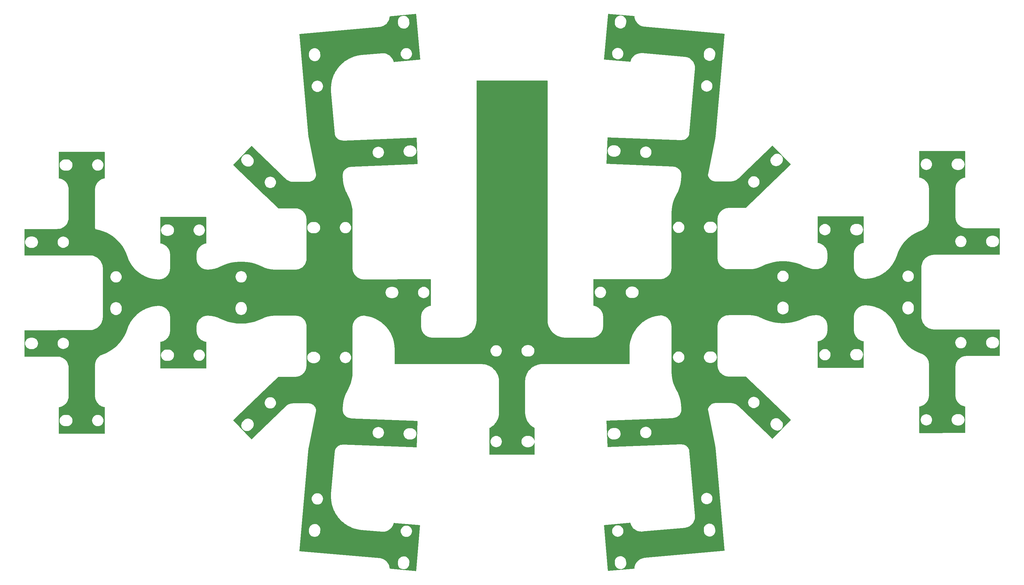
<source format=gtl>
%FSLAX25Y25*%
%MOIN*%
G70*
G01*
G75*
G04 Layer_Physical_Order=1*
G04 Layer_Color=255*
%ADD10C,0.02000*%
G36*
X149878Y410133D02*
X149886Y409404D01*
X149922Y409231D01*
X149924Y409056D01*
X150407Y406758D01*
X150476Y406596D01*
X150512Y406424D01*
X151435Y404265D01*
X151534Y404120D01*
X151603Y403958D01*
X152930Y402021D01*
X153056Y401898D01*
X153155Y401753D01*
X154834Y400112D01*
X154982Y400016D01*
X155107Y399893D01*
X157075Y398611D01*
X157238Y398546D01*
X157386Y398450D01*
X159566Y397577D01*
X159739Y397545D01*
X159902Y397479D01*
X162211Y397048D01*
X162300Y397049D01*
X162385Y397024D01*
X259930Y388570D01*
X260251Y388187D01*
X249280Y262915D01*
X248890Y260292D01*
X240181Y216899D01*
X240181Y216856D01*
X240166Y216816D01*
X239996Y215694D01*
X239999Y215613D01*
X239979Y215535D01*
X240015Y215268D01*
X240028Y214998D01*
X240062Y214925D01*
X240073Y214846D01*
X240644Y213183D01*
X240744Y213013D01*
X240812Y212828D01*
X241734Y211332D01*
X241868Y211187D01*
X241976Y211022D01*
X243203Y209763D01*
X243366Y209651D01*
X243507Y209514D01*
X244980Y208554D01*
X245163Y208481D01*
X245331Y208378D01*
X246979Y207764D01*
X247174Y207733D01*
X247360Y207668D01*
X249102Y207430D01*
X249213Y207436D01*
X249322Y207414D01*
X249628Y207410D01*
X249639Y207412D01*
X249651Y207409D01*
X267663Y207408D01*
X267747Y207424D01*
X267832Y207416D01*
X270102Y207632D01*
X270265Y207681D01*
X270435Y207696D01*
X272623Y208338D01*
X272774Y208417D01*
X272938Y208464D01*
X274965Y209509D01*
X275098Y209615D01*
X275250Y209692D01*
X277043Y211101D01*
X277099Y211166D01*
X277171Y211212D01*
X278594Y212568D01*
X278595Y212569D01*
X278596Y212570D01*
X281217Y215073D01*
X281219Y215076D01*
X281222Y215078D01*
X319105Y251547D01*
X341316Y228498D01*
X341307Y227998D01*
X303928Y192014D01*
X301312Y189515D01*
X301312Y189515D01*
X286116Y175037D01*
X265442Y175039D01*
X265355Y175021D01*
X265267Y175030D01*
X262929Y174800D01*
X262760Y174749D01*
X262586Y174732D01*
X260336Y174051D01*
X260182Y173968D01*
X260014Y173917D01*
X257941Y172810D01*
X257805Y172699D01*
X257650Y172616D01*
X255832Y171127D01*
X255721Y170991D01*
X255585Y170880D01*
X254093Y169064D01*
X254010Y168910D01*
X253898Y168774D01*
X252789Y166703D01*
X252737Y166535D01*
X252655Y166380D01*
X251970Y164133D01*
X251953Y163958D01*
X251902Y163790D01*
X251669Y161453D01*
X251678Y161365D01*
X251661Y161278D01*
X251635Y133326D01*
X251635Y133326D01*
X251635Y133325D01*
Y113529D01*
X251652Y113442D01*
X251643Y113354D01*
X251870Y111051D01*
X251921Y110883D01*
X251939Y110708D01*
X252610Y108494D01*
X252693Y108339D01*
X252745Y108171D01*
X253836Y106131D01*
X253947Y105996D01*
X254030Y105840D01*
X255499Y104053D01*
X255635Y103942D01*
X255747Y103806D01*
X257536Y102339D01*
X257691Y102257D01*
X257827Y102145D01*
X259869Y101056D01*
X260037Y101005D01*
X260192Y100923D01*
X262407Y100253D01*
X262582Y100236D01*
X262750Y100185D01*
X265054Y99960D01*
X265142Y99969D01*
X265229Y99952D01*
X290719Y99973D01*
X290771Y99983D01*
X290823Y99976D01*
X294516Y100196D01*
X294618Y100223D01*
X294724Y100221D01*
X298366Y100873D01*
X298464Y100911D01*
X298570Y100922D01*
X302110Y101996D01*
X302204Y102045D01*
X302307Y102068D01*
X305697Y103550D01*
X305709Y103558D01*
X305724Y103561D01*
X310246Y105624D01*
X314856Y107268D01*
X319589Y108512D01*
X324411Y109348D01*
X329287Y109770D01*
X334180Y109774D01*
X339055Y109361D01*
X343877Y108533D01*
X348610Y107296D01*
X353220Y105660D01*
X357742Y103605D01*
X357757Y103601D01*
X357769Y103593D01*
X361159Y102117D01*
X361262Y102095D01*
X361356Y102045D01*
X364897Y100977D01*
X365002Y100967D01*
X365101Y100928D01*
X368742Y100283D01*
X368848Y100285D01*
X368951Y100258D01*
X372643Y100044D01*
X372783Y100064D01*
X372923Y100050D01*
X375226Y100279D01*
X375395Y100330D01*
X375569Y100347D01*
X377784Y101021D01*
X377939Y101103D01*
X378107Y101154D01*
X380148Y102246D01*
X380284Y102358D01*
X380439Y102441D01*
X382228Y103910D01*
X382340Y104046D01*
X382475Y104157D01*
X383944Y105946D01*
X384027Y106101D01*
X384138Y106237D01*
X385229Y108278D01*
X385280Y108446D01*
X385363Y108601D01*
X386035Y110816D01*
X386052Y110991D01*
X386104Y111159D01*
X386331Y113461D01*
X386322Y113549D01*
X386339Y113636D01*
X386340Y118526D01*
X386322Y118613D01*
X386331Y118701D01*
X386101Y121038D01*
X386050Y121206D01*
X386033Y121381D01*
X385351Y123628D01*
X385268Y123783D01*
X385217Y123951D01*
X384110Y126022D01*
X383998Y126158D01*
X383915Y126313D01*
X382425Y128127D01*
X382289Y128238D01*
X382177Y128374D01*
X380361Y129863D01*
X380206Y129946D01*
X380070Y130057D01*
X377998Y131163D01*
X377829Y131213D01*
X377674Y131296D01*
X375426Y131976D01*
X375251Y131993D01*
X375083Y132044D01*
X374356Y132115D01*
Y164652D01*
X430360Y164698D01*
X430714Y164345D01*
Y132163D01*
X429983Y132090D01*
X429815Y132039D01*
X429640Y132022D01*
X427392Y131338D01*
X427237Y131255D01*
X427069Y131204D01*
X424997Y130096D01*
X424861Y129984D01*
X424707Y129902D01*
X422890Y128411D01*
X422779Y128275D01*
X422643Y128163D01*
X421153Y126347D01*
X421070Y126192D01*
X420959Y126057D01*
X419851Y123985D01*
X419800Y123817D01*
X419717Y123662D01*
X419035Y121414D01*
X419018Y121239D01*
X418967Y121071D01*
X418736Y118734D01*
X418745Y118646D01*
X418727Y118559D01*
X418726Y101867D01*
X418743Y101780D01*
X418734Y101692D01*
X418964Y99355D01*
X419015Y99186D01*
X419033Y99011D01*
X419714Y96764D01*
X419798Y96609D01*
X419849Y96441D01*
X420956Y94371D01*
X421068Y94235D01*
X421151Y94080D01*
X422641Y92265D01*
X422777Y92154D01*
X422889Y92018D01*
X424705Y90530D01*
X424860Y90447D01*
X424996Y90335D01*
X427069Y89230D01*
X427237Y89179D01*
X427392Y89096D01*
X429640Y88416D01*
X429815Y88399D01*
X429984Y88349D01*
X432322Y88120D01*
X432468Y88135D01*
X432613Y88116D01*
X436691Y88385D01*
X436781Y88409D01*
X436875Y88407D01*
X440903Y89097D01*
X440990Y89131D01*
X441083Y89138D01*
X445019Y90242D01*
X445102Y90284D01*
X445194Y90301D01*
X448994Y91807D01*
X449073Y91857D01*
X449162Y91884D01*
X452786Y93775D01*
X452859Y93834D01*
X452945Y93869D01*
X456354Y96126D01*
X456420Y96192D01*
X456502Y96236D01*
X459658Y98833D01*
X459718Y98905D01*
X459795Y98958D01*
X462665Y101868D01*
X462716Y101946D01*
X462788Y102006D01*
X465341Y105198D01*
X465383Y105281D01*
X465448Y105348D01*
X467657Y108787D01*
X467691Y108874D01*
X467748Y108948D01*
X469588Y112596D01*
X469613Y112687D01*
X469663Y112766D01*
X471114Y116585D01*
X471115Y116590D01*
X471118Y116595D01*
X472711Y120858D01*
X474655Y124882D01*
X476964Y128709D01*
X479617Y132307D01*
X482591Y135644D01*
X485862Y138691D01*
X489400Y141424D01*
X493176Y143818D01*
X497156Y145853D01*
X501385Y147541D01*
X501428Y147570D01*
X501478Y147582D01*
X503715Y148626D01*
X503863Y148735D01*
X504030Y148814D01*
X506006Y150294D01*
X506129Y150431D01*
X506275Y150543D01*
X507906Y152396D01*
X507999Y152556D01*
X508119Y152695D01*
X509337Y154842D01*
X509394Y155017D01*
X509484Y155179D01*
X510235Y157529D01*
X510256Y157712D01*
X510311Y157888D01*
X510565Y160342D01*
X510556Y160435D01*
X510574Y160526D01*
Y198572D01*
X510557Y198659D01*
X510566Y198747D01*
X510335Y201083D01*
X510284Y201252D01*
X510267Y201427D01*
X509585Y203674D01*
X509502Y203829D01*
X509451Y203997D01*
X508343Y206067D01*
X508232Y206203D01*
X508149Y206358D01*
X506658Y208172D01*
X506522Y208284D01*
X506410Y208419D01*
X504594Y209908D01*
X504439Y209991D01*
X504303Y210102D01*
X502231Y211207D01*
X502063Y211258D01*
X501908Y211341D01*
X499659Y212021D01*
X499484Y212038D01*
X499316Y212089D01*
X498589Y212159D01*
Y244696D01*
X554594Y244742D01*
X554947Y244389D01*
Y212207D01*
X554217Y212134D01*
X554049Y212083D01*
X553874Y212066D01*
X551626Y211382D01*
X551471Y211299D01*
X551303Y211248D01*
X549231Y210140D01*
X549095Y210028D01*
X548941Y209945D01*
X547124Y208454D01*
X547013Y208318D01*
X546877Y208207D01*
X545387Y206390D01*
X545304Y206236D01*
X545192Y206100D01*
X544085Y204028D01*
X544034Y203860D01*
X543951Y203705D01*
X543269Y201457D01*
X543252Y201282D01*
X543201Y201114D01*
X542971Y198776D01*
X542979Y198688D01*
X542962Y198602D01*
Y163963D01*
X542979Y163876D01*
X542971Y163788D01*
X543201Y161451D01*
X543252Y161283D01*
X543269Y161108D01*
X543951Y158861D01*
X544034Y158706D01*
X544085Y158538D01*
X545193Y156468D01*
X545304Y156332D01*
X545388Y156177D01*
X546878Y154363D01*
X547014Y154251D01*
X547126Y154115D01*
X548942Y152627D01*
X549097Y152544D01*
X549233Y152433D01*
X551305Y151328D01*
X551474Y151277D01*
X551628Y151194D01*
X553877Y150514D01*
X554052Y150497D01*
X554220Y150446D01*
X556558Y150218D01*
X556646Y150227D01*
X556733Y150210D01*
X596845Y150243D01*
X597199Y149890D01*
Y117874D01*
X517083Y117807D01*
X517005Y117792D01*
X516927Y117801D01*
X514481Y117585D01*
X514331Y117541D01*
X514175Y117530D01*
X511804Y116893D01*
X511664Y116824D01*
X511512Y116787D01*
X509287Y115748D01*
X509161Y115656D01*
X509018Y115593D01*
X507007Y114183D01*
X506899Y114070D01*
X506769Y113984D01*
X505033Y112247D01*
X504946Y112117D01*
X504833Y112009D01*
X503425Y109998D01*
X503362Y109854D01*
X503269Y109728D01*
X502232Y107504D01*
X502194Y107352D01*
X502125Y107211D01*
X501490Y104841D01*
X501480Y104684D01*
X501436Y104534D01*
X501222Y102090D01*
X501230Y102011D01*
X501215Y101934D01*
Y42038D01*
X501230Y41960D01*
X501222Y41882D01*
X501436Y39438D01*
X501480Y39287D01*
X501490Y39131D01*
X502125Y36761D01*
X502195Y36621D01*
X502232Y36469D01*
X503270Y34246D01*
X503362Y34120D01*
X503425Y33976D01*
X504834Y31967D01*
X504947Y31859D01*
X505034Y31729D01*
X506770Y29995D01*
X506900Y29908D01*
X507008Y29796D01*
X509020Y28390D01*
X509163Y28327D01*
X509289Y28234D01*
X511514Y27199D01*
X511666Y27162D01*
X511807Y27093D01*
X514178Y26460D01*
X514334Y26450D01*
X514484Y26406D01*
X516930Y26194D01*
X517008Y26203D01*
X517086Y26188D01*
X596845Y26254D01*
X597199Y25901D01*
Y-6115D01*
X556730Y-6149D01*
X556643Y-6166D01*
X556555Y-6157D01*
X554217Y-6389D01*
X554049Y-6441D01*
X553874Y-6458D01*
X551626Y-7141D01*
X551471Y-7224D01*
X551303Y-7275D01*
X549231Y-8384D01*
X549095Y-8495D01*
X548941Y-8578D01*
X547124Y-10070D01*
X547013Y-10205D01*
X546877Y-10317D01*
X545387Y-12133D01*
X545304Y-12288D01*
X545193Y-12424D01*
X544085Y-14496D01*
X544034Y-14664D01*
X543951Y-14819D01*
X543269Y-17067D01*
X543252Y-17242D01*
X543201Y-17410D01*
X542971Y-19747D01*
X542979Y-19835D01*
X542962Y-19922D01*
Y-54560D01*
X542979Y-54647D01*
X542971Y-54735D01*
X543201Y-57072D01*
X543252Y-57240D01*
X543269Y-57415D01*
X543951Y-59662D01*
X544034Y-59817D01*
X544085Y-59986D01*
X545193Y-62056D01*
X545304Y-62192D01*
X545388Y-62347D01*
X546878Y-64161D01*
X547014Y-64272D01*
X547126Y-64408D01*
X548942Y-65896D01*
X549097Y-65979D01*
X549233Y-66091D01*
X551305Y-67196D01*
X551474Y-67247D01*
X551629Y-67330D01*
X553877Y-68009D01*
X554052Y-68026D01*
X554220Y-68077D01*
X554947Y-68148D01*
Y-100685D01*
X498943Y-100731D01*
X498589Y-100378D01*
Y-68195D01*
X499319Y-68123D01*
X499487Y-68072D01*
X499662Y-68055D01*
X501910Y-67371D01*
X502065Y-67288D01*
X502233Y-67237D01*
X504305Y-66128D01*
X504441Y-66017D01*
X504596Y-65934D01*
X506412Y-64443D01*
X506523Y-64307D01*
X506659Y-64196D01*
X508149Y-62379D01*
X508232Y-62224D01*
X508344Y-62089D01*
X509451Y-60017D01*
X509502Y-59848D01*
X509585Y-59693D01*
X510267Y-57446D01*
X510284Y-57271D01*
X510335Y-57103D01*
X510566Y-54765D01*
X510557Y-54677D01*
X510574Y-54590D01*
Y-16545D01*
X510556Y-16454D01*
X510565Y-16361D01*
X510311Y-13908D01*
X510256Y-13731D01*
X510235Y-13548D01*
X509484Y-11199D01*
X509394Y-11037D01*
X509336Y-10862D01*
X508119Y-8717D01*
X507998Y-8577D01*
X507905Y-8417D01*
X506274Y-6567D01*
X506128Y-6455D01*
X506004Y-6318D01*
X504028Y-4842D01*
X503862Y-4762D01*
X503713Y-4653D01*
X501476Y-3613D01*
X501426Y-3601D01*
X501383Y-3573D01*
X497154Y-1891D01*
X493174Y137D01*
X489398Y2524D01*
X485860Y5251D01*
X482590Y8293D01*
X479616Y11625D01*
X476964Y15217D01*
X474655Y19040D01*
X472711Y23061D01*
X471117Y27321D01*
X471115Y27326D01*
X471114Y27331D01*
X469663Y31148D01*
X469613Y31228D01*
X469588Y31318D01*
X467748Y34964D01*
X467690Y35038D01*
X467656Y35125D01*
X465447Y38560D01*
X465382Y38628D01*
X465339Y38711D01*
X462786Y41899D01*
X462714Y41959D01*
X462662Y42037D01*
X459792Y44943D01*
X459714Y44995D01*
X459655Y45068D01*
X456498Y47660D01*
X456416Y47704D01*
X456349Y47770D01*
X452940Y50021D01*
X452854Y50056D01*
X452780Y50115D01*
X449156Y52000D01*
X449066Y52026D01*
X448988Y52077D01*
X445187Y53576D01*
X445095Y53593D01*
X445012Y53635D01*
X441076Y54732D01*
X440982Y54739D01*
X440895Y54772D01*
X436866Y55456D01*
X436772Y55453D01*
X436682Y55477D01*
X432603Y55739D01*
X432458Y55720D01*
X432313Y55734D01*
X429975Y55502D01*
X429807Y55451D01*
X429632Y55433D01*
X427384Y54750D01*
X427229Y54667D01*
X427061Y54616D01*
X424989Y53507D01*
X424853Y53396D01*
X424698Y53313D01*
X422882Y51822D01*
X422771Y51686D01*
X422635Y51575D01*
X421145Y49758D01*
X421062Y49604D01*
X420951Y49468D01*
X419843Y47396D01*
X419792Y47228D01*
X419709Y47073D01*
X419027Y44826D01*
X419010Y44651D01*
X418959Y44482D01*
X418728Y42145D01*
X418737Y42057D01*
X418719Y41971D01*
X418718Y25278D01*
X418735Y25192D01*
X418726Y25103D01*
X418956Y22766D01*
X419007Y22598D01*
X419025Y22423D01*
X419706Y20176D01*
X419790Y20021D01*
X419841Y19852D01*
X420948Y17782D01*
X421060Y17646D01*
X421143Y17491D01*
X422633Y15677D01*
X422769Y15565D01*
X422881Y15429D01*
X424697Y13941D01*
X424853Y13858D01*
X424989Y13747D01*
X427061Y12641D01*
X427229Y12591D01*
X427384Y12508D01*
X429633Y11828D01*
X429807Y11811D01*
X429976Y11760D01*
X430714Y11688D01*
Y-20847D01*
X374709Y-20894D01*
X374356Y-20541D01*
Y11643D01*
X375086Y11716D01*
X375254Y11767D01*
X375428Y11785D01*
X377675Y12470D01*
X377829Y12553D01*
X377997Y12604D01*
X380067Y13713D01*
X380203Y13824D01*
X380357Y13907D01*
X382172Y15398D01*
X382283Y15534D01*
X382418Y15645D01*
X383907Y17461D01*
X383990Y17616D01*
X384101Y17752D01*
X385208Y19823D01*
X385259Y19991D01*
X385342Y20146D01*
X386023Y22392D01*
X386040Y22567D01*
X386091Y22735D01*
X386321Y25071D01*
X386313Y25159D01*
X386330Y25245D01*
X386331Y30137D01*
X386313Y30224D01*
X386322Y30312D01*
X386095Y32614D01*
X386044Y32783D01*
X386027Y32957D01*
X385355Y35171D01*
X385272Y35326D01*
X385221Y35495D01*
X384129Y37534D01*
X384018Y37670D01*
X383935Y37825D01*
X382466Y39612D01*
X382330Y39724D01*
X382219Y39860D01*
X380429Y41326D01*
X380274Y41409D01*
X380138Y41520D01*
X378097Y42609D01*
X377928Y42660D01*
X377773Y42742D01*
X375558Y43412D01*
X375383Y43429D01*
X375215Y43480D01*
X372911Y43705D01*
X372771Y43691D01*
X372631Y43710D01*
X368941Y43489D01*
X368839Y43463D01*
X368733Y43465D01*
X365093Y42813D01*
X364995Y42774D01*
X364890Y42764D01*
X361351Y41690D01*
X361258Y41640D01*
X361155Y41618D01*
X357766Y40137D01*
X357757Y40131D01*
X357747Y40129D01*
X352763Y37881D01*
X347670Y36138D01*
X342435Y34881D01*
X337107Y34120D01*
X331730Y33863D01*
X326354Y34111D01*
X321025Y34863D01*
X315791Y36111D01*
X310698Y37846D01*
X305714Y40085D01*
X305704Y40088D01*
X305695Y40094D01*
X302305Y41569D01*
X302201Y41592D01*
X302108Y41642D01*
X298567Y42710D01*
X298462Y42720D01*
X298363Y42758D01*
X294721Y43404D01*
X294616Y43402D01*
X294513Y43428D01*
X290820Y43642D01*
X290768Y43635D01*
X290716Y43645D01*
X265226Y43624D01*
X265139Y43607D01*
X265051Y43615D01*
X262747Y43387D01*
X262579Y43336D01*
X262404Y43318D01*
X260190Y42645D01*
X260035Y42562D01*
X259867Y42511D01*
X257825Y41419D01*
X257690Y41307D01*
X257535Y41224D01*
X255745Y39755D01*
X255634Y39619D01*
X255498Y39508D01*
X254030Y37718D01*
X253947Y37563D01*
X253835Y37428D01*
X252744Y35386D01*
X252693Y35218D01*
X252610Y35063D01*
X251939Y32849D01*
X251921Y32674D01*
X251870Y32505D01*
X251643Y30203D01*
X251652Y30115D01*
X251635Y30028D01*
Y10232D01*
X251635Y10231D01*
X251635Y10230D01*
X251661Y-17722D01*
X251678Y-17808D01*
X251669Y-17897D01*
X251902Y-20232D01*
X251953Y-20400D01*
X251970Y-20575D01*
X252653Y-22820D01*
X252736Y-22975D01*
X252788Y-23143D01*
X253896Y-25211D01*
X254008Y-25347D01*
X254091Y-25502D01*
X255581Y-27314D01*
X255717Y-27425D01*
X255829Y-27561D01*
X257645Y-29048D01*
X257800Y-29130D01*
X257936Y-29242D01*
X260007Y-30346D01*
X260175Y-30397D01*
X260330Y-30479D01*
X262577Y-31158D01*
X262752Y-31175D01*
X262920Y-31226D01*
X265257Y-31454D01*
X265344Y-31445D01*
X265430Y-31462D01*
X265441D01*
X265443Y-31462D01*
X265445Y-31462D01*
X286119Y-31426D01*
X301311Y-45877D01*
X301311Y-45877D01*
X303929Y-48373D01*
X341307Y-84293D01*
X341316Y-84793D01*
X319103Y-107882D01*
X281221Y-71477D01*
X281218Y-71475D01*
X281216Y-71472D01*
X278594Y-68972D01*
X278594Y-68972D01*
X278593Y-68971D01*
X277170Y-67617D01*
X277098Y-67572D01*
X277042Y-67506D01*
X275251Y-66102D01*
X275099Y-66025D01*
X274966Y-65919D01*
X272941Y-64878D01*
X272778Y-64832D01*
X272626Y-64753D01*
X270441Y-64114D01*
X270272Y-64099D01*
X270109Y-64050D01*
X267842Y-63836D01*
X267751Y-63845D01*
X267661Y-63828D01*
X267656Y-63828D01*
X249648Y-63859D01*
X249636Y-63862D01*
X249625Y-63860D01*
X249318Y-63864D01*
X249210Y-63887D01*
X249100Y-63881D01*
X247357Y-64122D01*
X247171Y-64187D01*
X246977Y-64218D01*
X245329Y-64835D01*
X245161Y-64938D01*
X244979Y-65012D01*
X243505Y-65973D01*
X243365Y-66111D01*
X243202Y-66223D01*
X241975Y-67483D01*
X241868Y-67649D01*
X241734Y-67793D01*
X240812Y-69291D01*
X240743Y-69476D01*
X240644Y-69646D01*
X240072Y-71309D01*
X240062Y-71389D01*
X240028Y-71461D01*
X240015Y-71731D01*
X239979Y-71999D01*
X239999Y-72077D01*
X239996Y-72157D01*
X240166Y-73279D01*
X240181Y-73319D01*
X240181Y-73362D01*
X248890Y-116740D01*
X249280Y-119363D01*
X260282Y-244972D01*
X162382Y-253620D01*
X162297Y-253644D01*
X162208Y-253643D01*
X159899Y-254079D01*
X159736Y-254144D01*
X159564Y-254176D01*
X157383Y-255053D01*
X157236Y-255149D01*
X157073Y-255215D01*
X155106Y-256500D01*
X154980Y-256623D01*
X154833Y-256719D01*
X153154Y-258363D01*
X153055Y-258507D01*
X152929Y-258630D01*
X151603Y-260570D01*
X151534Y-260731D01*
X151435Y-260876D01*
X150512Y-263037D01*
X150476Y-263209D01*
X150407Y-263370D01*
X149924Y-265669D01*
X149922Y-265845D01*
X149886Y-266017D01*
X149878Y-266749D01*
X117799Y-269583D01*
X117416Y-269261D01*
X112532Y-213505D01*
X144963Y-210640D01*
X145098Y-211357D01*
X145163Y-211521D01*
X145196Y-211694D01*
X146071Y-213872D01*
X146168Y-214019D01*
X146233Y-214183D01*
X147517Y-216148D01*
X147640Y-216274D01*
X147736Y-216421D01*
X149380Y-218098D01*
X149525Y-218197D01*
X149648Y-218323D01*
X151587Y-219647D01*
X151749Y-219716D01*
X151894Y-219815D01*
X154055Y-220736D01*
X154227Y-220772D01*
X154389Y-220840D01*
X156688Y-221322D01*
X156864Y-221323D01*
X157036Y-221359D01*
X159385Y-221383D01*
X159472Y-221367D01*
X159560Y-221376D01*
X211478Y-216790D01*
X211563Y-216765D01*
X211651Y-216766D01*
X213960Y-216331D01*
X214123Y-216266D01*
X214296Y-216233D01*
X216476Y-215356D01*
X216623Y-215260D01*
X216786Y-215195D01*
X218754Y-213910D01*
X218879Y-213787D01*
X219026Y-213691D01*
X220706Y-212047D01*
X220805Y-211902D01*
X220930Y-211779D01*
X222257Y-209840D01*
X222326Y-209678D01*
X222425Y-209533D01*
X223347Y-207373D01*
X223384Y-207201D01*
X223453Y-207039D01*
X223936Y-204741D01*
X223938Y-204565D01*
X223974Y-204393D01*
X224000Y-202045D01*
X223983Y-201958D01*
X223993Y-201870D01*
X217042Y-122520D01*
X217035Y-122494D01*
X217037Y-122467D01*
X216952Y-121752D01*
X216866Y-121486D01*
X216801Y-121214D01*
X215969Y-119409D01*
X215838Y-119228D01*
X215734Y-119031D01*
X214481Y-117487D01*
X214310Y-117345D01*
X214160Y-117180D01*
X212564Y-115993D01*
X212363Y-115898D01*
X212177Y-115774D01*
X210337Y-115019D01*
X210112Y-114975D01*
X209894Y-114901D01*
X206749Y-114484D01*
X206612Y-114492D01*
X206478Y-114469D01*
X206009Y-114478D01*
X205992Y-114482D01*
X205975Y-114479D01*
X117194Y-118023D01*
X116827Y-117683D01*
X115575Y-85694D01*
X196099Y-82480D01*
X196205Y-82454D01*
X196314Y-82458D01*
X199179Y-81992D01*
X199382Y-81916D01*
X199594Y-81872D01*
X202263Y-80731D01*
X202435Y-80613D01*
X202624Y-80524D01*
X204062Y-79460D01*
X204197Y-79312D01*
X204354Y-79189D01*
X205520Y-77832D01*
X205618Y-77657D01*
X205744Y-77502D01*
X206578Y-75920D01*
X206636Y-75728D01*
X206724Y-75548D01*
X207186Y-73821D01*
X207199Y-73621D01*
X207245Y-73426D01*
X207311Y-71640D01*
X207300Y-71573D01*
X207311Y-71507D01*
X207277Y-70606D01*
X207274Y-70593D01*
X207276Y-70580D01*
X207031Y-65888D01*
X207008Y-65797D01*
X207012Y-65703D01*
X206281Y-61062D01*
X206248Y-60974D01*
X206242Y-60880D01*
X205032Y-56341D01*
X204991Y-56257D01*
X204975Y-56164D01*
X203300Y-51775D01*
X203250Y-51696D01*
X203224Y-51605D01*
X201101Y-47415D01*
X201101Y-47415D01*
X201101Y-47415D01*
X199024Y-43315D01*
X197416Y-39108D01*
X196254Y-34756D01*
X195550Y-30308D01*
X195309Y-25763D01*
X195276Y10128D01*
Y29780D01*
X195260Y29863D01*
X195268Y29947D01*
X195061Y32151D01*
X195012Y32313D01*
X194998Y32480D01*
X194382Y34607D01*
X194305Y34756D01*
X194259Y34918D01*
X193256Y36892D01*
X193152Y37024D01*
X193077Y37175D01*
X191724Y38926D01*
X191597Y39037D01*
X191495Y39171D01*
X189837Y40638D01*
X189692Y40723D01*
X189567Y40836D01*
X187664Y41968D01*
X187505Y42024D01*
X187362Y42111D01*
X185281Y42868D01*
X185114Y42893D01*
X184957Y42952D01*
X182771Y43307D01*
X182603Y43301D01*
X182437Y43330D01*
X180222Y43270D01*
X180095Y43241D01*
X179964Y43244D01*
X175947Y42544D01*
X175860Y42511D01*
X175767Y42503D01*
X171844Y41392D01*
X171760Y41349D01*
X171669Y41332D01*
X167881Y39821D01*
X167803Y39770D01*
X167713Y39744D01*
X164102Y37849D01*
X164029Y37791D01*
X163943Y37755D01*
X160547Y35498D01*
X160480Y35432D01*
X160398Y35388D01*
X157254Y32791D01*
X157195Y32719D01*
X157118Y32667D01*
X154258Y29759D01*
X154207Y29681D01*
X154136Y29621D01*
X151592Y26434D01*
X151549Y26351D01*
X151485Y26284D01*
X149285Y22851D01*
X149251Y22764D01*
X149193Y22691D01*
X147360Y19049D01*
X147335Y18959D01*
X147286Y18880D01*
X145839Y15069D01*
X145824Y14977D01*
X145782Y14893D01*
X144738Y10953D01*
X144732Y10860D01*
X144700Y10772D01*
X144069Y6746D01*
X144073Y6652D01*
X144050Y6562D01*
X143838Y2492D01*
X143845Y2446D01*
X143836Y2400D01*
Y-16065D01*
X37391Y-16153D01*
X37328Y-16166D01*
X37264Y-16158D01*
X34463Y-16361D01*
X34340Y-16395D01*
X34212Y-16397D01*
X31468Y-16996D01*
X31350Y-17047D01*
X31224Y-17068D01*
X28593Y-18051D01*
X28484Y-18118D01*
X28361Y-18157D01*
X25897Y-19503D01*
X25799Y-19586D01*
X25683Y-19641D01*
X23435Y-21325D01*
X23350Y-21420D01*
X23243Y-21492D01*
X21258Y-23478D01*
X21186Y-23584D01*
X21091Y-23670D01*
X19408Y-25918D01*
X19353Y-26034D01*
X19271Y-26132D01*
X17925Y-28596D01*
X17887Y-28719D01*
X17819Y-28828D01*
X16838Y-31458D01*
X16817Y-31585D01*
X16766Y-31703D01*
X16169Y-34446D01*
X16167Y-34574D01*
X16133Y-34698D01*
X15933Y-37497D01*
X15941Y-37561D01*
X15928Y-37625D01*
Y-75431D01*
X15941Y-75495D01*
X15933Y-75560D01*
X16139Y-78400D01*
X16174Y-78526D01*
X16176Y-78656D01*
X16791Y-81436D01*
X16843Y-81556D01*
X16865Y-81684D01*
X17875Y-84346D01*
X17944Y-84457D01*
X17984Y-84581D01*
X19368Y-87069D01*
X19452Y-87169D01*
X19510Y-87286D01*
X21239Y-89548D01*
X21336Y-89634D01*
X21410Y-89741D01*
X23448Y-91730D01*
X23557Y-91801D01*
X23646Y-91896D01*
X25950Y-93570D01*
X26068Y-93624D01*
X26170Y-93706D01*
X27736Y-94528D01*
Y-109852D01*
X27237Y-109876D01*
X27230Y-109804D01*
X26834Y-108499D01*
X26191Y-107297D01*
X25326Y-106243D01*
X24273Y-105378D01*
X23070Y-104735D01*
X21766Y-104340D01*
X20409Y-104206D01*
X18440D01*
X17083Y-104340D01*
X15779Y-104735D01*
X14576Y-105378D01*
X13522Y-106243D01*
X12658Y-107297D01*
X12015Y-108499D01*
X11619Y-109804D01*
X11485Y-111161D01*
X11619Y-112517D01*
X12015Y-113822D01*
X12658Y-115025D01*
X13522Y-116078D01*
X14576Y-116943D01*
X15779Y-117586D01*
X17083Y-117982D01*
X18440Y-118115D01*
X20409D01*
X21766Y-117982D01*
X23070Y-117586D01*
X24273Y-116943D01*
X25326Y-116078D01*
X26191Y-115025D01*
X26834Y-113822D01*
X27230Y-112517D01*
X27237Y-112445D01*
X27736Y-112470D01*
Y-127073D01*
X-27383Y-127119D01*
X-27736Y-126765D01*
Y-94576D01*
X-26168Y-93750D01*
X-26067Y-93668D01*
X-25949Y-93614D01*
X-23644Y-91936D01*
X-23556Y-91841D01*
X-23447Y-91770D01*
X-21409Y-89778D01*
X-21336Y-89670D01*
X-21238Y-89584D01*
X-19509Y-87319D01*
X-19452Y-87203D01*
X-19367Y-87103D01*
X-17983Y-84613D01*
X-17944Y-84489D01*
X-17875Y-84379D01*
X-16865Y-81715D01*
X-16843Y-81586D01*
X-16791Y-81467D01*
X-16176Y-78686D01*
X-16174Y-78556D01*
X-16139Y-78430D01*
X-15933Y-75589D01*
X-15941Y-75524D01*
X-15928Y-75460D01*
Y-37654D01*
X-15941Y-37591D01*
X-15933Y-37527D01*
X-16133Y-34727D01*
X-16167Y-34604D01*
X-16169Y-34475D01*
X-16766Y-31733D01*
X-16817Y-31616D01*
X-16838Y-31489D01*
X-17819Y-28860D01*
X-17887Y-28751D01*
X-17925Y-28628D01*
X-19271Y-26166D01*
X-19353Y-26068D01*
X-19409Y-25952D01*
X-21092Y-23707D01*
X-21187Y-23621D01*
X-21259Y-23514D01*
X-23244Y-21531D01*
X-23351Y-21460D01*
X-23437Y-21364D01*
X-25685Y-19684D01*
X-25801Y-19629D01*
X-25899Y-19547D01*
X-28364Y-18204D01*
X-28486Y-18166D01*
X-28595Y-18099D01*
X-31226Y-17120D01*
X-31353Y-17099D01*
X-31471Y-17048D01*
X-34214Y-16454D01*
X-34343Y-16452D01*
X-34466Y-16418D01*
X-37267Y-16220D01*
X-37331Y-16228D01*
X-37394Y-16216D01*
X-143482Y-16304D01*
X-143836Y-15951D01*
Y2157D01*
X-143845Y2203D01*
X-143839Y2250D01*
X-144050Y6319D01*
X-144073Y6410D01*
X-144069Y6503D01*
X-144700Y10528D01*
X-144732Y10616D01*
X-144738Y10709D01*
X-145783Y14648D01*
X-145824Y14732D01*
X-145839Y14824D01*
X-147286Y18632D01*
X-147336Y18712D01*
X-147361Y18802D01*
X-149194Y22440D01*
X-149251Y22514D01*
X-149285Y22601D01*
X-151485Y26030D01*
X-151550Y26097D01*
X-151593Y26180D01*
X-154137Y29363D01*
X-154208Y29423D01*
X-154260Y29502D01*
X-157119Y32404D01*
X-157196Y32457D01*
X-157255Y32529D01*
X-160400Y35120D01*
X-160482Y35164D01*
X-160549Y35230D01*
X-163945Y37482D01*
X-164031Y37517D01*
X-164104Y37576D01*
X-167715Y39465D01*
X-167805Y39491D01*
X-167883Y39542D01*
X-171671Y41046D01*
X-171763Y41063D01*
X-171846Y41105D01*
X-175770Y42211D01*
X-175863Y42218D01*
X-175950Y42251D01*
X-179967Y42945D01*
X-180068Y42942D01*
X-180165Y42968D01*
X-181579Y43051D01*
X-181719Y43032D01*
X-181860Y43045D01*
X-184164Y42817D01*
X-184332Y42766D01*
X-184506Y42748D01*
X-186722Y42075D01*
X-186876Y41992D01*
X-187045Y41941D01*
X-189086Y40849D01*
X-189222Y40737D01*
X-189376Y40654D01*
X-191166Y39185D01*
X-191277Y39050D01*
X-191413Y38938D01*
X-192881Y37148D01*
X-192964Y36994D01*
X-193076Y36858D01*
X-194167Y34816D01*
X-194218Y34648D01*
X-194301Y34493D01*
X-194973Y32279D01*
X-194990Y32104D01*
X-195041Y31936D01*
X-195268Y29633D01*
X-195259Y29545D01*
X-195276Y29458D01*
Y9806D01*
X-195310Y-26086D01*
X-195550Y-30630D01*
X-196254Y-35081D01*
X-197416Y-39434D01*
X-199024Y-43644D01*
X-201102Y-47747D01*
X-201102Y-47747D01*
X-201102Y-47747D01*
X-203225Y-51941D01*
X-203250Y-52032D01*
X-203300Y-52111D01*
X-204975Y-56503D01*
X-204991Y-56595D01*
X-205032Y-56679D01*
X-206242Y-61221D01*
X-206248Y-61314D01*
X-206281Y-61402D01*
X-207012Y-66045D01*
X-207008Y-66138D01*
X-207031Y-66229D01*
X-207276Y-70922D01*
X-207274Y-70935D01*
X-207277Y-70948D01*
X-207311Y-71849D01*
X-207300Y-71915D01*
X-207311Y-71982D01*
X-207245Y-73768D01*
X-207199Y-73963D01*
X-207186Y-74163D01*
X-206724Y-75890D01*
X-206636Y-76070D01*
X-206578Y-76262D01*
X-205744Y-77842D01*
X-205617Y-77998D01*
X-205519Y-78173D01*
X-204353Y-79528D01*
X-204195Y-79651D01*
X-204060Y-79799D01*
X-202623Y-80861D01*
X-202434Y-80950D01*
X-202261Y-81068D01*
X-199592Y-82204D01*
X-199380Y-82248D01*
X-199177Y-82323D01*
X-196311Y-82785D01*
X-196202Y-82781D01*
X-196096Y-82806D01*
X-115929Y-85872D01*
X-115589Y-86239D01*
X-116841Y-118231D01*
X-205978Y-114822D01*
X-206113Y-114844D01*
X-206249Y-114832D01*
X-209863Y-115246D01*
X-210098Y-115321D01*
X-210340Y-115369D01*
X-212180Y-116127D01*
X-212365Y-116251D01*
X-212566Y-116346D01*
X-214162Y-117535D01*
X-214311Y-117701D01*
X-214482Y-117843D01*
X-215735Y-119389D01*
X-215839Y-119586D01*
X-215969Y-119766D01*
X-216801Y-121573D01*
X-216866Y-121845D01*
X-216953Y-122110D01*
X-217037Y-122826D01*
X-217035Y-122853D01*
X-217042Y-122879D01*
X-221606Y-174980D01*
X-221600Y-175027D01*
X-221611Y-175074D01*
X-221755Y-179189D01*
X-221740Y-179282D01*
X-221752Y-179376D01*
X-221465Y-183484D01*
X-221440Y-183574D01*
X-221442Y-183669D01*
X-220727Y-187724D01*
X-220693Y-187812D01*
X-220685Y-187906D01*
X-219549Y-191863D01*
X-219506Y-191947D01*
X-219489Y-192040D01*
X-217945Y-195857D01*
X-217894Y-195936D01*
X-217866Y-196026D01*
X-215932Y-199661D01*
X-215873Y-199734D01*
X-215836Y-199821D01*
X-213532Y-203233D01*
X-213465Y-203299D01*
X-213420Y-203382D01*
X-210772Y-206535D01*
X-210698Y-206594D01*
X-210644Y-206671D01*
X-207681Y-209529D01*
X-207601Y-209580D01*
X-207539Y-209652D01*
X-204293Y-212185D01*
X-204208Y-212227D01*
X-204140Y-212292D01*
X-200646Y-214471D01*
X-200558Y-214505D01*
X-200482Y-214562D01*
X-196780Y-216364D01*
X-196688Y-216388D01*
X-196607Y-216437D01*
X-192736Y-217842D01*
X-192643Y-217856D01*
X-192557Y-217897D01*
X-188560Y-218890D01*
X-188465Y-218894D01*
X-188376Y-218925D01*
X-184297Y-219495D01*
X-184249Y-219492D01*
X-184204Y-219506D01*
X-159557Y-221642D01*
X-159469Y-221632D01*
X-159382Y-221648D01*
X-157033Y-221621D01*
X-156861Y-221584D01*
X-156685Y-221582D01*
X-154386Y-221097D01*
X-154225Y-221028D01*
X-154053Y-220992D01*
X-151892Y-220068D01*
X-151747Y-219969D01*
X-151586Y-219900D01*
X-149646Y-218573D01*
X-149524Y-218447D01*
X-149379Y-218348D01*
X-147736Y-216668D01*
X-147640Y-216521D01*
X-147517Y-216395D01*
X-146233Y-214428D01*
X-146167Y-214265D01*
X-146071Y-214118D01*
X-145196Y-211938D01*
X-145163Y-211765D01*
X-145098Y-211602D01*
X-144962Y-210881D01*
X-112885Y-213662D01*
X-112563Y-214044D01*
X-117447Y-269810D01*
X-149878Y-266999D01*
X-149886Y-266269D01*
X-149922Y-266097D01*
X-149924Y-265921D01*
X-150407Y-263623D01*
X-150476Y-263462D01*
X-150513Y-263290D01*
X-151435Y-261131D01*
X-151534Y-260986D01*
X-151604Y-260824D01*
X-152930Y-258887D01*
X-153056Y-258764D01*
X-153155Y-258618D01*
X-154835Y-256978D01*
X-154982Y-256881D01*
X-155108Y-256759D01*
X-157075Y-255477D01*
X-157238Y-255412D01*
X-157386Y-255316D01*
X-159566Y-254442D01*
X-159739Y-254410D01*
X-159902Y-254345D01*
X-162211Y-253913D01*
X-162300Y-253914D01*
X-162385Y-253890D01*
X-259930Y-245436D01*
X-260251Y-245053D01*
X-249280Y-119781D01*
X-248890Y-117157D01*
X-240181Y-73765D01*
X-240181Y-73722D01*
X-240166Y-73681D01*
X-239996Y-72559D01*
X-239999Y-72479D01*
X-239979Y-72401D01*
X-240015Y-72134D01*
X-240028Y-71864D01*
X-240062Y-71791D01*
X-240073Y-71711D01*
X-240644Y-70049D01*
X-240744Y-69879D01*
X-240812Y-69694D01*
X-241734Y-68197D01*
X-241868Y-68053D01*
X-241976Y-67887D01*
X-243203Y-66629D01*
X-243366Y-66517D01*
X-243507Y-66379D01*
X-244980Y-65420D01*
X-245163Y-65347D01*
X-245331Y-65243D01*
X-246979Y-64629D01*
X-247174Y-64598D01*
X-247360Y-64534D01*
X-249103Y-64295D01*
X-249213Y-64302D01*
X-249321Y-64279D01*
X-249628Y-64275D01*
X-249639Y-64277D01*
X-249651Y-64275D01*
X-267663Y-64273D01*
X-267663Y-64273D01*
X-267663Y-64273D01*
X-267674D01*
X-267759Y-64290D01*
X-267845Y-64281D01*
X-270112Y-64499D01*
X-270275Y-64549D01*
X-270444Y-64564D01*
X-272629Y-65206D01*
X-272780Y-65285D01*
X-272943Y-65332D01*
X-274968Y-66376D01*
X-275101Y-66482D01*
X-275253Y-66559D01*
X-277043Y-67967D01*
X-277099Y-68032D01*
X-277171Y-68078D01*
X-278594Y-69434D01*
X-278595Y-69435D01*
X-278596Y-69435D01*
X-281217Y-71939D01*
X-281219Y-71942D01*
X-281223Y-71944D01*
X-319105Y-108413D01*
X-341316Y-85363D01*
X-341307Y-84863D01*
X-303928Y-48880D01*
X-301310Y-46380D01*
D01*
X-286117Y-31902D01*
X-265442Y-31904D01*
X-265442Y-31904D01*
X-265441Y-31904D01*
X-265430D01*
X-265343Y-31887D01*
X-265254Y-31896D01*
X-262917Y-31664D01*
X-262749Y-31613D01*
X-262575Y-31595D01*
X-260328Y-30913D01*
X-260173Y-30830D01*
X-260005Y-30779D01*
X-257934Y-29671D01*
X-257798Y-29560D01*
X-257643Y-29477D01*
X-255828Y-27988D01*
X-255716Y-27852D01*
X-255581Y-27741D01*
X-254090Y-25926D01*
X-254007Y-25771D01*
X-253896Y-25636D01*
X-252787Y-23566D01*
X-252736Y-23398D01*
X-252654Y-23243D01*
X-251970Y-20997D01*
X-251953Y-20822D01*
X-251902Y-20654D01*
X-251669Y-18318D01*
X-251678Y-18230D01*
X-251661Y-18144D01*
X-251635Y9808D01*
X-251635Y9809D01*
X-251635Y9810D01*
Y29606D01*
X-251652Y29693D01*
X-251643Y29781D01*
X-251870Y32083D01*
X-251921Y32252D01*
X-251939Y32427D01*
X-252611Y34640D01*
X-252694Y34795D01*
X-252745Y34964D01*
X-253836Y37003D01*
X-253947Y37139D01*
X-254030Y37294D01*
X-255499Y39081D01*
X-255635Y39193D01*
X-255747Y39329D01*
X-257536Y40795D01*
X-257691Y40878D01*
X-257827Y40989D01*
X-259869Y42078D01*
X-260037Y42129D01*
X-260192Y42212D01*
X-262407Y42881D01*
X-262582Y42898D01*
X-262750Y42949D01*
X-265054Y43174D01*
X-265142Y43165D01*
X-265229Y43183D01*
X-290719Y43161D01*
X-290771Y43151D01*
X-290823Y43158D01*
X-294516Y42938D01*
X-294619Y42911D01*
X-294724Y42913D01*
X-298366Y42262D01*
X-298465Y42223D01*
X-298570Y42213D01*
X-302111Y41139D01*
X-302204Y41089D01*
X-302307Y41067D01*
X-305697Y39585D01*
X-305706Y39579D01*
X-305717Y39577D01*
X-310701Y37329D01*
X-315794Y35586D01*
X-321028Y34328D01*
X-326357Y33568D01*
X-331733Y33310D01*
X-337110Y33559D01*
X-342438Y34311D01*
X-347672Y35559D01*
X-352766Y37294D01*
X-357749Y39533D01*
X-357760Y39535D01*
X-357769Y39542D01*
X-361157Y41017D01*
X-361261Y41039D01*
X-361354Y41089D01*
X-364892Y42156D01*
X-364998Y42167D01*
X-365096Y42205D01*
X-368736Y42851D01*
X-368841Y42849D01*
X-368944Y42875D01*
X-372634Y43090D01*
X-372774Y43071D01*
X-372914Y43084D01*
X-375218Y42856D01*
X-375386Y42805D01*
X-375561Y42787D01*
X-377776Y42114D01*
X-377931Y42031D01*
X-378099Y41980D01*
X-380141Y40887D01*
X-380276Y40776D01*
X-380431Y40693D01*
X-382221Y39224D01*
X-382332Y39088D01*
X-382468Y38976D01*
X-383936Y37187D01*
X-384019Y37032D01*
X-384130Y36896D01*
X-385222Y34854D01*
X-385273Y34686D01*
X-385355Y34531D01*
X-386027Y32316D01*
X-386044Y32142D01*
X-386095Y31973D01*
X-386322Y29670D01*
X-386313Y29582D01*
X-386331Y29495D01*
X-386330Y24605D01*
X-386313Y24519D01*
X-386322Y24430D01*
X-386091Y22095D01*
X-386040Y21927D01*
X-386023Y21752D01*
X-385342Y19507D01*
X-385259Y19352D01*
X-385208Y19184D01*
X-384101Y17115D01*
X-383990Y16979D01*
X-383907Y16824D01*
X-382418Y15010D01*
X-382282Y14899D01*
X-382170Y14763D01*
X-380356Y13275D01*
X-380201Y13192D01*
X-380065Y13081D01*
X-377995Y11975D01*
X-377827Y11924D01*
X-377672Y11841D01*
X-375426Y11160D01*
X-375251Y11143D01*
X-375083Y11092D01*
X-374356Y11020D01*
Y-21517D01*
X-430360Y-21564D01*
X-430714Y-21211D01*
Y10971D01*
X-429973Y11044D01*
X-429805Y11095D01*
X-429630Y11113D01*
X-427382Y11796D01*
X-427227Y11879D01*
X-427059Y11930D01*
X-424987Y13039D01*
X-424851Y13151D01*
X-424696Y13233D01*
X-422880Y14725D01*
X-422768Y14861D01*
X-422633Y14972D01*
X-421142Y16789D01*
X-421059Y16944D01*
X-420948Y17079D01*
X-419840Y19152D01*
X-419790Y19320D01*
X-419707Y19475D01*
X-419025Y21723D01*
X-419007Y21898D01*
X-418957Y22066D01*
X-418726Y24403D01*
X-418735Y24491D01*
X-418718Y24578D01*
X-418720Y41271D01*
X-418737Y41357D01*
X-418728Y41445D01*
X-418959Y43782D01*
X-419010Y43951D01*
X-419027Y44126D01*
X-419709Y46372D01*
X-419792Y46527D01*
X-419843Y46695D01*
X-420951Y48765D01*
X-421063Y48901D01*
X-421146Y49056D01*
X-422636Y50870D01*
X-422772Y50982D01*
X-422884Y51117D01*
X-424700Y52605D01*
X-424855Y52688D01*
X-424991Y52800D01*
X-427063Y53905D01*
X-427231Y53956D01*
X-427387Y54038D01*
X-429635Y54718D01*
X-429810Y54735D01*
X-429978Y54786D01*
X-432316Y55014D01*
X-432461Y55000D01*
X-432607Y55019D01*
X-436685Y54750D01*
X-436775Y54726D01*
X-436869Y54728D01*
X-440898Y54039D01*
X-440985Y54005D01*
X-441078Y53998D01*
X-445014Y52894D01*
X-445098Y52852D01*
X-445190Y52835D01*
X-448990Y51329D01*
X-449069Y51279D01*
X-449159Y51252D01*
X-452783Y49361D01*
X-452856Y49303D01*
X-452942Y49267D01*
X-456351Y47011D01*
X-456417Y46945D01*
X-456500Y46901D01*
X-459656Y44303D01*
X-459716Y44231D01*
X-459793Y44178D01*
X-462663Y41268D01*
X-462715Y41190D01*
X-462786Y41130D01*
X-465340Y37938D01*
X-465383Y37855D01*
X-465448Y37787D01*
X-467656Y34348D01*
X-467690Y34261D01*
X-467748Y34187D01*
X-469588Y30538D01*
X-469613Y30448D01*
X-469663Y30369D01*
X-471114Y26549D01*
X-471115Y26544D01*
X-471118Y26540D01*
X-472711Y22276D01*
X-474655Y18252D01*
X-476964Y14425D01*
X-479617Y10828D01*
X-482591Y7491D01*
X-485862Y4443D01*
X-489400Y1710D01*
X-493176Y-684D01*
X-497156Y-2718D01*
X-501385Y-4407D01*
X-501428Y-4435D01*
X-501478Y-4447D01*
X-503715Y-5491D01*
X-503864Y-5601D01*
X-504030Y-5680D01*
X-506006Y-7160D01*
X-506129Y-7297D01*
X-506275Y-7409D01*
X-507906Y-9262D01*
X-507999Y-9421D01*
X-508119Y-9561D01*
X-509337Y-11708D01*
X-509395Y-11883D01*
X-509484Y-12044D01*
X-510235Y-14394D01*
X-510256Y-14578D01*
X-510311Y-14754D01*
X-510565Y-17208D01*
X-510556Y-17300D01*
X-510574Y-17392D01*
Y-55437D01*
X-510557Y-55524D01*
X-510566Y-55612D01*
X-510335Y-57949D01*
X-510284Y-58117D01*
X-510267Y-58292D01*
X-509585Y-60539D01*
X-509502Y-60694D01*
X-509451Y-60862D01*
X-508343Y-62932D01*
X-508232Y-63068D01*
X-508149Y-63223D01*
X-506658Y-65038D01*
X-506522Y-65149D01*
X-506411Y-65285D01*
X-504594Y-66773D01*
X-504439Y-66856D01*
X-504303Y-66967D01*
X-502231Y-68073D01*
X-502063Y-68124D01*
X-501908Y-68206D01*
X-499659Y-68886D01*
X-499484Y-68903D01*
X-499316Y-68954D01*
X-498589Y-69025D01*
Y-101561D01*
X-554594Y-101608D01*
X-554947Y-101255D01*
Y-69072D01*
X-554217Y-69000D01*
X-554049Y-68949D01*
X-553874Y-68931D01*
X-551626Y-68248D01*
X-551471Y-68165D01*
X-551303Y-68114D01*
X-549231Y-67005D01*
X-549095Y-66894D01*
X-548941Y-66811D01*
X-547124Y-65320D01*
X-547013Y-65184D01*
X-546877Y-65073D01*
X-545387Y-63256D01*
X-545304Y-63101D01*
X-545193Y-62965D01*
X-544085Y-60893D01*
X-544034Y-60725D01*
X-543951Y-60570D01*
X-543269Y-58322D01*
X-543252Y-58148D01*
X-543201Y-57979D01*
X-542971Y-55642D01*
X-542979Y-55554D01*
X-542962Y-55467D01*
Y-20829D01*
X-542979Y-20742D01*
X-542971Y-20654D01*
X-543201Y-18317D01*
X-543252Y-18149D01*
X-543269Y-17974D01*
X-543951Y-15727D01*
X-544034Y-15572D01*
X-544085Y-15404D01*
X-545193Y-13333D01*
X-545304Y-13197D01*
X-545388Y-13042D01*
X-546878Y-11228D01*
X-547014Y-11117D01*
X-547126Y-10981D01*
X-548942Y-9493D01*
X-549097Y-9410D01*
X-549233Y-9298D01*
X-551305Y-8193D01*
X-551474Y-8142D01*
X-551629Y-8060D01*
X-553877Y-7380D01*
X-554052Y-7363D01*
X-554220Y-7312D01*
X-556558Y-7084D01*
X-556646Y-7092D01*
X-556733Y-7075D01*
X-596846Y-7109D01*
X-597199Y-6755D01*
Y25260D01*
X-517083Y25327D01*
X-517007Y25342D01*
X-516931Y25334D01*
X-514545Y25539D01*
X-514398Y25582D01*
X-514246Y25591D01*
X-511929Y26197D01*
X-511792Y26264D01*
X-511643Y26299D01*
X-509462Y27289D01*
X-509338Y27378D01*
X-509198Y27437D01*
X-507215Y28782D01*
X-507108Y28891D01*
X-506980Y28973D01*
X-505254Y30634D01*
X-505167Y30759D01*
X-505054Y30862D01*
X-503635Y32791D01*
X-503570Y32929D01*
X-503476Y33050D01*
X-502404Y35191D01*
X-502364Y35338D01*
X-502292Y35473D01*
X-501598Y37764D01*
X-501583Y37916D01*
X-501535Y38061D01*
X-501239Y40437D01*
X-501246Y40531D01*
X-501226Y40623D01*
X-501216Y41166D01*
X-501219Y41183D01*
X-501215Y41201D01*
Y101097D01*
X-501231Y101174D01*
X-501222Y101252D01*
X-501436Y103697D01*
X-501480Y103847D01*
X-501490Y104003D01*
X-502126Y106373D01*
X-502195Y106513D01*
X-502232Y106666D01*
X-503270Y108888D01*
X-503362Y109015D01*
X-503425Y109158D01*
X-504834Y111167D01*
X-504947Y111275D01*
X-505034Y111405D01*
X-506770Y113139D01*
X-506900Y113226D01*
X-507008Y113339D01*
X-509020Y114745D01*
X-509163Y114808D01*
X-509289Y114900D01*
X-511514Y115935D01*
X-511666Y115972D01*
X-511807Y116042D01*
X-514178Y116675D01*
X-514334Y116685D01*
X-514485Y116728D01*
X-516930Y116940D01*
X-517008Y116931D01*
X-517086Y116947D01*
X-596846Y116881D01*
X-597199Y117234D01*
Y149249D01*
X-556730Y149283D01*
X-556643Y149300D01*
X-556555Y149292D01*
X-554217Y149524D01*
X-554049Y149575D01*
X-553874Y149592D01*
X-551626Y150276D01*
X-551471Y150359D01*
X-551303Y150410D01*
X-549231Y151519D01*
X-549095Y151630D01*
X-548941Y151713D01*
X-547124Y153204D01*
X-547013Y153340D01*
X-546877Y153451D01*
X-545387Y155268D01*
X-545304Y155423D01*
X-545193Y155558D01*
X-544085Y157630D01*
X-544034Y157799D01*
X-543951Y157953D01*
X-543269Y160201D01*
X-543252Y160376D01*
X-543201Y160544D01*
X-542971Y162882D01*
X-542979Y162970D01*
X-542962Y163057D01*
Y197695D01*
X-542979Y197782D01*
X-542971Y197870D01*
X-543201Y200207D01*
X-543252Y200375D01*
X-543269Y200550D01*
X-543951Y202797D01*
X-544034Y202952D01*
X-544085Y203120D01*
X-545193Y205190D01*
X-545304Y205326D01*
X-545388Y205481D01*
X-546878Y207295D01*
X-547014Y207407D01*
X-547126Y207543D01*
X-548942Y209031D01*
X-549097Y209114D01*
X-549233Y209225D01*
X-551305Y210330D01*
X-551474Y210381D01*
X-551629Y210464D01*
X-553877Y211144D01*
X-554052Y211161D01*
X-554220Y211212D01*
X-554947Y211283D01*
Y243819D01*
X-498943Y243866D01*
X-498589Y243512D01*
Y211330D01*
X-499319Y211258D01*
X-499487Y211206D01*
X-499662Y211189D01*
X-501910Y210505D01*
X-502065Y210423D01*
X-502233Y210371D01*
X-504305Y209263D01*
X-504441Y209151D01*
X-504596Y209069D01*
X-506412Y207577D01*
X-506523Y207442D01*
X-506659Y207330D01*
X-508149Y205514D01*
X-508232Y205359D01*
X-508344Y205223D01*
X-509451Y203151D01*
X-509502Y202983D01*
X-509585Y202828D01*
X-510267Y200580D01*
X-510284Y200405D01*
X-510335Y200237D01*
X-510566Y197900D01*
X-510557Y197812D01*
X-510574Y197725D01*
Y150415D01*
X-510543Y150256D01*
X-510545Y150093D01*
X-510475Y149918D01*
X-510438Y149733D01*
X-510348Y149597D01*
X-510288Y149446D01*
X-510157Y149311D01*
X-510052Y149154D01*
X-509916Y149063D01*
X-509803Y148947D01*
X-509630Y148872D01*
X-509473Y148767D01*
X-509313Y148735D01*
X-509164Y148671D01*
X-504789Y147733D01*
X-500595Y146425D01*
X-496538Y144742D01*
X-492652Y142696D01*
X-488968Y140306D01*
X-485517Y137590D01*
X-482328Y134571D01*
X-479427Y131275D01*
X-476838Y127729D01*
X-474583Y123961D01*
X-472681Y120004D01*
X-471118Y115814D01*
X-471115Y115809D01*
X-471114Y115804D01*
X-469663Y111987D01*
X-469613Y111907D01*
X-469588Y111817D01*
X-467748Y108171D01*
X-467691Y108098D01*
X-467656Y108010D01*
X-465448Y104576D01*
X-465383Y104508D01*
X-465340Y104425D01*
X-462787Y101237D01*
X-462715Y101177D01*
X-462664Y101099D01*
X-459794Y98194D01*
X-459717Y98141D01*
X-459657Y98069D01*
X-456501Y95477D01*
X-456419Y95432D01*
X-456352Y95367D01*
X-452944Y93116D01*
X-452857Y93080D01*
X-452784Y93022D01*
X-449160Y91136D01*
X-449071Y91110D01*
X-448992Y91059D01*
X-445192Y89560D01*
X-445100Y89543D01*
X-445016Y89501D01*
X-441081Y88404D01*
X-440988Y88397D01*
X-440900Y88363D01*
X-436872Y87679D01*
X-436778Y87682D01*
X-436688Y87658D01*
X-432610Y87396D01*
X-432465Y87415D01*
X-432319Y87401D01*
X-429981Y87633D01*
X-429813Y87684D01*
X-429638Y87701D01*
X-427389Y88385D01*
X-427235Y88468D01*
X-427067Y88519D01*
X-424995Y89628D01*
X-424859Y89739D01*
X-424704Y89822D01*
X-422888Y91313D01*
X-422776Y91449D01*
X-422641Y91561D01*
X-421150Y93377D01*
X-421067Y93532D01*
X-420956Y93668D01*
X-419848Y95740D01*
X-419797Y95908D01*
X-419714Y96063D01*
X-419033Y98311D01*
X-419016Y98486D01*
X-418964Y98655D01*
X-418734Y100992D01*
X-418743Y101080D01*
X-418726Y101167D01*
X-418727Y117859D01*
X-418745Y117946D01*
X-418736Y118034D01*
X-418967Y120371D01*
X-419018Y120539D01*
X-419035Y120714D01*
X-419717Y122960D01*
X-419800Y123116D01*
X-419851Y123284D01*
X-420959Y125354D01*
X-421070Y125490D01*
X-421153Y125645D01*
X-422644Y127459D01*
X-422780Y127570D01*
X-422892Y127706D01*
X-424708Y129194D01*
X-424863Y129277D01*
X-424999Y129388D01*
X-427071Y130493D01*
X-427239Y130544D01*
X-427394Y130627D01*
X-429643Y131307D01*
X-429818Y131324D01*
X-429986Y131375D01*
X-430714Y131446D01*
Y163982D01*
X-374709Y164029D01*
X-374356Y163675D01*
Y131492D01*
X-375086Y131420D01*
X-375254Y131369D01*
X-375429Y131351D01*
X-377677Y130668D01*
X-377832Y130585D01*
X-378000Y130534D01*
X-380072Y129425D01*
X-380207Y129313D01*
X-380362Y129230D01*
X-382178Y127739D01*
X-382290Y127603D01*
X-382425Y127492D01*
X-383916Y125675D01*
X-383999Y125520D01*
X-384110Y125384D01*
X-385217Y123312D01*
X-385268Y123144D01*
X-385351Y122989D01*
X-386033Y120741D01*
X-386050Y120567D01*
X-386101Y120398D01*
X-386331Y118061D01*
X-386323Y117973D01*
X-386340Y117886D01*
X-386339Y112996D01*
X-386322Y112909D01*
X-386331Y112821D01*
X-386104Y110519D01*
X-386052Y110351D01*
X-386035Y110176D01*
X-385363Y107963D01*
X-385280Y107807D01*
X-385229Y107639D01*
X-384138Y105600D01*
X-384026Y105464D01*
X-383943Y105309D01*
X-382475Y103522D01*
X-382339Y103410D01*
X-382227Y103274D01*
X-380437Y101808D01*
X-380282Y101725D01*
X-380146Y101614D01*
X-378105Y100525D01*
X-377937Y100475D01*
X-377782Y100392D01*
X-375567Y99722D01*
X-375392Y99705D01*
X-375224Y99654D01*
X-372920Y99429D01*
X-372780Y99443D01*
X-372640Y99424D01*
X-368948Y99644D01*
X-368845Y99671D01*
X-368740Y99669D01*
X-365098Y100321D01*
X-364999Y100359D01*
X-364894Y100370D01*
X-361353Y101443D01*
X-361260Y101493D01*
X-361157Y101516D01*
X-357766Y102997D01*
X-357754Y103006D01*
X-357740Y103009D01*
X-353218Y105072D01*
X-348608Y106716D01*
X-343875Y107960D01*
X-339053Y108796D01*
X-334177Y109218D01*
X-329284Y109222D01*
X-324409Y108809D01*
X-319587Y107980D01*
X-314854Y106744D01*
X-310244Y105108D01*
X-305721Y103052D01*
X-305707Y103049D01*
X-305695Y103041D01*
X-302305Y101565D01*
X-302201Y101542D01*
X-302108Y101493D01*
X-298567Y100425D01*
X-298462Y100415D01*
X-298363Y100376D01*
X-294721Y99731D01*
X-294616Y99733D01*
X-294513Y99706D01*
X-290820Y99492D01*
X-290768Y99499D01*
X-290716Y99489D01*
X-265226Y99510D01*
X-265139Y99528D01*
X-265051Y99519D01*
X-262747Y99748D01*
X-262579Y99799D01*
X-262405Y99816D01*
X-260190Y100490D01*
X-260035Y100573D01*
X-259867Y100624D01*
X-257825Y101716D01*
X-257690Y101827D01*
X-257535Y101910D01*
X-255745Y103379D01*
X-255634Y103515D01*
X-255498Y103627D01*
X-254030Y105416D01*
X-253947Y105571D01*
X-253836Y105707D01*
X-252744Y107748D01*
X-252693Y107916D01*
X-252610Y108071D01*
X-251939Y110286D01*
X-251921Y110461D01*
X-251870Y110629D01*
X-251643Y112932D01*
X-251652Y113020D01*
X-251635Y113107D01*
Y132903D01*
X-251635Y132904D01*
X-251635Y132905D01*
X-251661Y160856D01*
X-251678Y160943D01*
X-251670Y161031D01*
X-251902Y163368D01*
X-251953Y163536D01*
X-251971Y163711D01*
X-252655Y165957D01*
X-252738Y166112D01*
X-252789Y166280D01*
X-253899Y168349D01*
X-254010Y168485D01*
X-254094Y168640D01*
X-255586Y170453D01*
X-255722Y170564D01*
X-255834Y170700D01*
X-257651Y172187D01*
X-257806Y172269D01*
X-257943Y172380D01*
X-260016Y173484D01*
X-260184Y173535D01*
X-260339Y173617D01*
X-262588Y174295D01*
X-262763Y174312D01*
X-262931Y174363D01*
X-265270Y174589D01*
X-265358Y174580D01*
X-265445Y174597D01*
X-286119Y174561D01*
X-301311Y189011D01*
X-301311Y189011D01*
X-303930Y191508D01*
X-341307Y227427D01*
X-341316Y227927D01*
X-319103Y251016D01*
X-281221Y214611D01*
X-281218Y214609D01*
X-281216Y214606D01*
X-278595Y212107D01*
X-278594Y212106D01*
X-278593Y212105D01*
X-277170Y210752D01*
X-277098Y210706D01*
X-277042Y210641D01*
X-275249Y209235D01*
X-275097Y209158D01*
X-274963Y209051D01*
X-272936Y208011D01*
X-272772Y207964D01*
X-272620Y207885D01*
X-270432Y207246D01*
X-270263Y207231D01*
X-270099Y207183D01*
X-267829Y206970D01*
X-267744Y206979D01*
X-267660Y206962D01*
X-249648Y206994D01*
X-249637Y206996D01*
X-249625Y206994D01*
X-249318Y206998D01*
X-249210Y207022D01*
X-249100Y207015D01*
X-247357Y207256D01*
X-247171Y207321D01*
X-246977Y207353D01*
X-245329Y207969D01*
X-245161Y208073D01*
X-244979Y208146D01*
X-243505Y209108D01*
X-243365Y209246D01*
X-243202Y209357D01*
X-241975Y210618D01*
X-241868Y210783D01*
X-241734Y210927D01*
X-240812Y212425D01*
X-240743Y212610D01*
X-240644Y212780D01*
X-240072Y214444D01*
X-240062Y214523D01*
X-240028Y214596D01*
X-240015Y214866D01*
X-239979Y215134D01*
X-239999Y215211D01*
X-239996Y215292D01*
X-240166Y216413D01*
X-240181Y216454D01*
X-240181Y216497D01*
X-248890Y259875D01*
X-249280Y262497D01*
X-260283Y388106D01*
X-162382Y396754D01*
X-162297Y396779D01*
X-162208Y396778D01*
X-159899Y397213D01*
X-159736Y397278D01*
X-159564Y397311D01*
X-157383Y398188D01*
X-157237Y398284D01*
X-157073Y398349D01*
X-155106Y399634D01*
X-154981Y399757D01*
X-154833Y399853D01*
X-153154Y401497D01*
X-153055Y401642D01*
X-152929Y401765D01*
X-151603Y403704D01*
X-151534Y403866D01*
X-151435Y404011D01*
X-150512Y406171D01*
X-150476Y406343D01*
X-150407Y406505D01*
X-149924Y408803D01*
X-149922Y408979D01*
X-149886Y409151D01*
X-149878Y409883D01*
X-117799Y412717D01*
X-117416Y412396D01*
X-112532Y356639D01*
X-144954Y353776D01*
X-145060Y354357D01*
X-145121Y354511D01*
X-145149Y354675D01*
X-145942Y356746D01*
X-146031Y356887D01*
X-146089Y357043D01*
X-147250Y358932D01*
X-147364Y359054D01*
X-147449Y359196D01*
X-148940Y360839D01*
X-149073Y360937D01*
X-149183Y361062D01*
X-150952Y362401D01*
X-151101Y362473D01*
X-151232Y362575D01*
X-153217Y363565D01*
X-153378Y363609D01*
X-153526Y363685D01*
X-155660Y364292D01*
X-155825Y364306D01*
X-155984Y364353D01*
X-158194Y364556D01*
X-158316Y364544D01*
X-158437Y364562D01*
X-159482Y364516D01*
X-159521Y364506D01*
X-159560Y364510D01*
X-184207Y362333D01*
X-184252Y362320D01*
X-184300Y362323D01*
X-188379Y361746D01*
X-188468Y361715D01*
X-188563Y361710D01*
X-192560Y360711D01*
X-192645Y360670D01*
X-192738Y360656D01*
X-196610Y359244D01*
X-196690Y359195D01*
X-196782Y359171D01*
X-200484Y357363D01*
X-200559Y357306D01*
X-200648Y357272D01*
X-204141Y355087D01*
X-204210Y355022D01*
X-204294Y354980D01*
X-207541Y352442D01*
X-207602Y352370D01*
X-207682Y352319D01*
X-210645Y349456D01*
X-210699Y349379D01*
X-210772Y349320D01*
X-213421Y346163D01*
X-213466Y346080D01*
X-213533Y346014D01*
X-215836Y342598D01*
X-215873Y342511D01*
X-215933Y342438D01*
X-217867Y338800D01*
X-217894Y338710D01*
X-217946Y338631D01*
X-219489Y334811D01*
X-219506Y334719D01*
X-219549Y334635D01*
X-220685Y330676D01*
X-220693Y330581D01*
X-220727Y330494D01*
X-221442Y326438D01*
X-221440Y326343D01*
X-221465Y326252D01*
X-221752Y322144D01*
X-221740Y322050D01*
X-221755Y321957D01*
X-221611Y317842D01*
X-221600Y317796D01*
X-221605Y317749D01*
X-217042Y265655D01*
X-217035Y265629D01*
X-217037Y265602D01*
X-216953Y264887D01*
X-216866Y264621D01*
X-216801Y264349D01*
X-215969Y262543D01*
X-215838Y262363D01*
X-215734Y262166D01*
X-214481Y260622D01*
X-214310Y260479D01*
X-214160Y260314D01*
X-212564Y259128D01*
X-212363Y259032D01*
X-212177Y258909D01*
X-210337Y258154D01*
X-210112Y258109D01*
X-209894Y258035D01*
X-206749Y257618D01*
X-206613Y257627D01*
X-206478Y257603D01*
X-206010Y257613D01*
X-205993Y257616D01*
X-205975Y257614D01*
X-117194Y261157D01*
X-116827Y260818D01*
X-115575Y228828D01*
X-196099Y225614D01*
X-196205Y225588D01*
X-196314Y225592D01*
X-199179Y225126D01*
X-199382Y225051D01*
X-199594Y225006D01*
X-202264Y223866D01*
X-202436Y223748D01*
X-202624Y223659D01*
X-204062Y222595D01*
X-204197Y222447D01*
X-204354Y222323D01*
X-205520Y220966D01*
X-205618Y220792D01*
X-205744Y220636D01*
X-206579Y219055D01*
X-206636Y218863D01*
X-206724Y218683D01*
X-207186Y216956D01*
X-207199Y216756D01*
X-207245Y216561D01*
X-207311Y214774D01*
X-207300Y214708D01*
X-207311Y214641D01*
X-207277Y213740D01*
X-207274Y213727D01*
X-207276Y213714D01*
X-207031Y209022D01*
X-207008Y208931D01*
X-207012Y208837D01*
X-206281Y204197D01*
X-206248Y204108D01*
X-206242Y204015D01*
X-205032Y199475D01*
X-204991Y199391D01*
X-204975Y199299D01*
X-203300Y194910D01*
X-203250Y194830D01*
X-203224Y194740D01*
X-201101Y190549D01*
X-201101Y190549D01*
X-201101Y190549D01*
X-199024Y186449D01*
X-197416Y182242D01*
X-196254Y177891D01*
X-195550Y173442D01*
X-195310Y168898D01*
X-195276Y133007D01*
Y101177D01*
X-195259Y101090D01*
X-195268Y101002D01*
X-195041Y98700D01*
X-194990Y98532D01*
X-194973Y98357D01*
X-194301Y96143D01*
X-194218Y95988D01*
X-194167Y95820D01*
X-193075Y93780D01*
X-192964Y93644D01*
X-192881Y93489D01*
X-191412Y91702D01*
X-191276Y91590D01*
X-191164Y91455D01*
X-189375Y89988D01*
X-189220Y89906D01*
X-189084Y89794D01*
X-187042Y88705D01*
X-186874Y88654D01*
X-186719Y88572D01*
X-184504Y87902D01*
X-184329Y87885D01*
X-184161Y87834D01*
X-181857Y87609D01*
X-181769Y87618D01*
X-181682Y87601D01*
X-99817Y87669D01*
X-99463Y87315D01*
Y55133D01*
X-100193Y55060D01*
X-100361Y55009D01*
X-100536Y54992D01*
X-102785Y54308D01*
X-102939Y54226D01*
X-103107Y54175D01*
X-105179Y53066D01*
X-105315Y52954D01*
X-105470Y52872D01*
X-107286Y51380D01*
X-107397Y51245D01*
X-107533Y51133D01*
X-109024Y49317D01*
X-109107Y49162D01*
X-109218Y49026D01*
X-110326Y46954D01*
X-110377Y46786D01*
X-110459Y46631D01*
X-111141Y44383D01*
X-111159Y44208D01*
X-111210Y44040D01*
X-111440Y41703D01*
X-111431Y41615D01*
X-111449Y41528D01*
Y29857D01*
X-111431Y29770D01*
X-111440Y29682D01*
X-111210Y27345D01*
X-111159Y27177D01*
X-111141Y27002D01*
X-110459Y24755D01*
X-110376Y24600D01*
X-110325Y24432D01*
X-109218Y22362D01*
X-109106Y22226D01*
X-109023Y22070D01*
X-107532Y20256D01*
X-107396Y20145D01*
X-107285Y20009D01*
X-105469Y18521D01*
X-105313Y18438D01*
X-105177Y18327D01*
X-103105Y17221D01*
X-102937Y17170D01*
X-102782Y17088D01*
X-100533Y16408D01*
X-100359Y16391D01*
X-100190Y16340D01*
X-97852Y16112D01*
X-97764Y16120D01*
X-97677Y16103D01*
X-64944Y16130D01*
X-64881Y16143D01*
X-64817Y16135D01*
X-62016Y16338D01*
X-61892Y16372D01*
X-61764Y16374D01*
X-59021Y16973D01*
X-58903Y17024D01*
X-58776Y17045D01*
X-56146Y18028D01*
X-56037Y18095D01*
X-55914Y18134D01*
X-53450Y19480D01*
X-53351Y19563D01*
X-53236Y19618D01*
X-50988Y21302D01*
X-50902Y21397D01*
X-50796Y21469D01*
X-48810Y23455D01*
X-48739Y23561D01*
X-48644Y23647D01*
X-46961Y25895D01*
X-46905Y26011D01*
X-46823Y26109D01*
X-45478Y28574D01*
X-45439Y28696D01*
X-45372Y28805D01*
X-44390Y31435D01*
X-44370Y31562D01*
X-44319Y31680D01*
X-43722Y34423D01*
X-43720Y34551D01*
X-43686Y34675D01*
X-43485Y37474D01*
X-43493Y37538D01*
X-43481Y37602D01*
Y330964D01*
X43127Y331036D01*
X43481Y330683D01*
Y37677D01*
X43493Y37614D01*
X43485Y37549D01*
X43686Y34750D01*
X43720Y34626D01*
X43722Y34498D01*
X44319Y31756D01*
X44370Y31639D01*
X44391Y31512D01*
X45372Y28883D01*
X45439Y28774D01*
X45478Y28651D01*
X46824Y26189D01*
X46906Y26091D01*
X46962Y25975D01*
X48644Y23730D01*
X48740Y23644D01*
X48811Y23537D01*
X50797Y21554D01*
X50904Y21483D01*
X50989Y21387D01*
X53237Y19707D01*
X53353Y19652D01*
X53452Y19570D01*
X55916Y18227D01*
X56039Y18189D01*
X56148Y18121D01*
X58779Y17143D01*
X58905Y17122D01*
X59023Y17071D01*
X61767Y16477D01*
X61895Y16475D01*
X62019Y16441D01*
X64820Y16243D01*
X64884Y16251D01*
X64947Y16239D01*
X97680Y16266D01*
X97767Y16283D01*
X97855Y16275D01*
X100193Y16507D01*
X100361Y16558D01*
X100536Y16575D01*
X102784Y17259D01*
X102939Y17342D01*
X103107Y17393D01*
X105179Y18501D01*
X105315Y18613D01*
X105470Y18696D01*
X107286Y20187D01*
X107397Y20323D01*
X107533Y20434D01*
X109024Y22251D01*
X109106Y22406D01*
X109218Y22541D01*
X110325Y24613D01*
X110376Y24781D01*
X110459Y24936D01*
X111141Y27184D01*
X111158Y27359D01*
X111209Y27527D01*
X111440Y29864D01*
X111431Y29952D01*
X111448Y30039D01*
Y41710D01*
X111431Y41797D01*
X111440Y41886D01*
X111209Y44222D01*
X111158Y44390D01*
X111141Y44565D01*
X110459Y46812D01*
X110376Y46967D01*
X110325Y47136D01*
X109217Y49206D01*
X109106Y49342D01*
X109023Y49497D01*
X107532Y51311D01*
X107396Y51422D01*
X107285Y51558D01*
X105468Y53047D01*
X105313Y53129D01*
X105177Y53241D01*
X103105Y54346D01*
X102937Y54397D01*
X102782Y54479D01*
X100533Y55159D01*
X100358Y55176D01*
X100190Y55227D01*
X99463Y55298D01*
Y87835D01*
X181685Y87903D01*
X181772Y87920D01*
X181860Y87912D01*
X184164Y88140D01*
X184332Y88191D01*
X184506Y88209D01*
X186722Y88882D01*
X186876Y88965D01*
X187044Y89016D01*
X189086Y90109D01*
X189222Y90220D01*
X189376Y90303D01*
X191166Y91772D01*
X191277Y91908D01*
X191413Y92019D01*
X192881Y93809D01*
X192964Y93964D01*
X193076Y94100D01*
X194167Y96141D01*
X194218Y96309D01*
X194300Y96464D01*
X194973Y98678D01*
X194990Y98853D01*
X195041Y99022D01*
X195268Y101324D01*
X195259Y101412D01*
X195276Y101499D01*
Y133329D01*
X195309Y169220D01*
X195550Y173765D01*
X196254Y178215D01*
X197416Y182568D01*
X199024Y186778D01*
X201101Y190882D01*
X201101Y190882D01*
X201101Y190882D01*
X203225Y195076D01*
X203250Y195166D01*
X203300Y195246D01*
X204975Y199637D01*
X204991Y199730D01*
X205032Y199814D01*
X206242Y204355D01*
X206248Y204449D01*
X206281Y204537D01*
X207012Y209179D01*
X207008Y209273D01*
X207031Y209364D01*
X207276Y214056D01*
X207274Y214069D01*
X207277Y214082D01*
X207311Y214983D01*
X207300Y215050D01*
X207311Y215116D01*
X207245Y216902D01*
X207199Y217098D01*
X207186Y217298D01*
X206724Y219024D01*
X206635Y219204D01*
X206578Y219396D01*
X205744Y220977D01*
X205617Y221132D01*
X205519Y221307D01*
X204353Y222662D01*
X204195Y222786D01*
X204060Y222934D01*
X202622Y223996D01*
X202434Y224084D01*
X202261Y224202D01*
X199592Y225338D01*
X199379Y225382D01*
X199176Y225458D01*
X196311Y225919D01*
X196202Y225915D01*
X196096Y225940D01*
X115929Y229007D01*
X115589Y229374D01*
X116841Y261366D01*
X205978Y257957D01*
X205995Y257959D01*
X206013Y257956D01*
X206481Y257947D01*
X206615Y257971D01*
X206752Y257962D01*
X209897Y258385D01*
X210114Y258459D01*
X210340Y258504D01*
X212180Y259262D01*
X212365Y259385D01*
X212566Y259481D01*
X214162Y260670D01*
X214311Y260835D01*
X214482Y260977D01*
X215735Y262524D01*
X215838Y262720D01*
X215969Y262900D01*
X216801Y264708D01*
X216866Y264979D01*
X216952Y265245D01*
X217037Y265960D01*
X217035Y265987D01*
X217042Y266013D01*
X223993Y345374D01*
X223983Y345462D01*
X224000Y345549D01*
X223974Y347897D01*
X223938Y348069D01*
X223936Y348245D01*
X223453Y350543D01*
X223383Y350705D01*
X223347Y350877D01*
X222425Y353036D01*
X222325Y353181D01*
X222256Y353343D01*
X220930Y355280D01*
X220804Y355403D01*
X220704Y355548D01*
X219025Y357189D01*
X218878Y357285D01*
X218752Y357408D01*
X216784Y358689D01*
X216621Y358755D01*
X216474Y358851D01*
X214294Y359724D01*
X214121Y359756D01*
X213958Y359822D01*
X211649Y360253D01*
X211560Y360252D01*
X211475Y360277D01*
X159557Y364776D01*
X159518Y364772D01*
X159479Y364781D01*
X158434Y364826D01*
X158313Y364807D01*
X158191Y364820D01*
X155981Y364613D01*
X155822Y364565D01*
X155657Y364551D01*
X153523Y363941D01*
X153375Y363865D01*
X153215Y363821D01*
X151230Y362827D01*
X151099Y362725D01*
X150950Y362653D01*
X149182Y361311D01*
X149072Y361186D01*
X148939Y361088D01*
X147448Y359443D01*
X147363Y359300D01*
X147250Y359179D01*
X146088Y357288D01*
X146030Y357132D01*
X145942Y356992D01*
X145149Y354919D01*
X145121Y354755D01*
X145060Y354601D01*
X144954Y354017D01*
X112884Y356796D01*
X112563Y357179D01*
X117447Y412944D01*
X149878Y410133D01*
D02*
G37*
%LPC*%
G36*
X-420975Y1582D02*
X-422944D01*
X-424301Y1449D01*
X-425605Y1053D01*
X-426808Y410D01*
X-427861Y-455D01*
X-428726Y-1508D01*
X-429369Y-2711D01*
X-429765Y-4016D01*
X-429899Y-5372D01*
X-429765Y-6729D01*
X-429369Y-8034D01*
X-428726Y-9236D01*
X-427861Y-10290D01*
X-426808Y-11155D01*
X-425605Y-11798D01*
X-424301Y-12194D01*
X-422944Y-12327D01*
X-420975D01*
X-419619Y-12194D01*
X-418314Y-11798D01*
X-417111Y-11155D01*
X-416057Y-10290D01*
X-415193Y-9236D01*
X-414550Y-8034D01*
X-414154Y-6729D01*
X-414020Y-5372D01*
X-414154Y-4016D01*
X-414550Y-2711D01*
X-415193Y-1508D01*
X-416057Y-455D01*
X-417111Y410D01*
X-418314Y1053D01*
X-419619Y1449D01*
X-420975Y1582D01*
D02*
G37*
G36*
X-383110Y1615D02*
X-384467Y1481D01*
X-385772Y1085D01*
X-386974Y443D01*
X-388028Y-422D01*
X-388893Y-1476D01*
X-389536Y-2679D01*
X-389931Y-3983D01*
X-390065Y-5340D01*
X-389931Y-6697D01*
X-389536Y-8002D01*
X-388893Y-9204D01*
X-388028Y-10258D01*
X-386974Y-11123D01*
X-385772Y-11765D01*
X-384467Y-12161D01*
X-383110Y-12295D01*
X-381753Y-12161D01*
X-380449Y-11765D01*
X-379246Y-11123D01*
X-378193Y-10258D01*
X-377328Y-9204D01*
X-376685Y-8002D01*
X-376289Y-6697D01*
X-376156Y-5340D01*
X-376289Y-3983D01*
X-376685Y-2679D01*
X-377328Y-1476D01*
X-378193Y-422D01*
X-379246Y443D01*
X-380449Y1085D01*
X-381753Y1481D01*
X-383110Y1615D01*
D02*
G37*
G36*
X422944Y2285D02*
X420975D01*
X419618Y2151D01*
X418314Y1755D01*
X417111Y1113D01*
X416057Y248D01*
X415193Y-806D01*
X414550Y-2009D01*
X414154Y-3313D01*
X414020Y-4670D01*
X414154Y-6027D01*
X414550Y-7332D01*
X415193Y-8534D01*
X416057Y-9588D01*
X417111Y-10453D01*
X418314Y-11095D01*
X419618Y-11491D01*
X420975Y-11625D01*
X422944D01*
X424300Y-11491D01*
X425605Y-11095D01*
X426807Y-10453D01*
X427861Y-9588D01*
X428726Y-8534D01*
X429369Y-7332D01*
X429765Y-6027D01*
X429898Y-4670D01*
X429765Y-3313D01*
X429369Y-2009D01*
X428726Y-806D01*
X427861Y248D01*
X426807Y1113D01*
X425605Y1755D01*
X424300Y2151D01*
X422944Y2285D01*
D02*
G37*
G36*
X383110Y2252D02*
X381753Y2119D01*
X380449Y1723D01*
X379246Y1080D01*
X378192Y215D01*
X377328Y-839D01*
X376685Y-2041D01*
X376289Y-3346D01*
X376155Y-4702D01*
X376289Y-6059D01*
X376685Y-7364D01*
X377328Y-8566D01*
X378192Y-9620D01*
X379246Y-10485D01*
X380449Y-11128D01*
X381753Y-11524D01*
X383110Y-11657D01*
X384467Y-11524D01*
X385772Y-11128D01*
X386974Y-10485D01*
X388028Y-9620D01*
X388893Y-8566D01*
X389536Y-7364D01*
X389931Y-6059D01*
X390065Y-4702D01*
X389931Y-3346D01*
X389536Y-2041D01*
X388893Y-839D01*
X388028Y215D01*
X386974Y1080D01*
X385772Y1723D01*
X384467Y2119D01*
X383110Y2252D01*
D02*
G37*
G36*
X-241913Y-1223D02*
X-243881D01*
X-245238Y-1357D01*
X-246543Y-1753D01*
X-247745Y-2395D01*
X-248799Y-3260D01*
X-249664Y-4314D01*
X-250307Y-5517D01*
X-250702Y-6821D01*
X-250836Y-8178D01*
X-250702Y-9535D01*
X-250307Y-10840D01*
X-249664Y-12042D01*
X-248799Y-13096D01*
X-247745Y-13961D01*
X-246543Y-14603D01*
X-245238Y-14999D01*
X-243881Y-15133D01*
X-241913D01*
X-240556Y-14999D01*
X-239251Y-14603D01*
X-238049Y-13961D01*
X-236995Y-13096D01*
X-236130Y-12042D01*
X-235487Y-10840D01*
X-235091Y-9535D01*
X-234958Y-8178D01*
X-235091Y-6821D01*
X-235487Y-5517D01*
X-236130Y-4314D01*
X-236995Y-3260D01*
X-238049Y-2395D01*
X-239251Y-1753D01*
X-240556Y-1357D01*
X-241913Y-1223D01*
D02*
G37*
G36*
X296033Y-56292D02*
X294676Y-56426D01*
X293371Y-56822D01*
X292169Y-57464D01*
X291115Y-58329D01*
X290250Y-59383D01*
X289607Y-60586D01*
X289211Y-61890D01*
X289078Y-63247D01*
X289211Y-64604D01*
X289607Y-65908D01*
X290250Y-67111D01*
X291115Y-68165D01*
X292169Y-69030D01*
X293371Y-69672D01*
X294676Y-70068D01*
X296033Y-70202D01*
X297389Y-70068D01*
X298694Y-69672D01*
X299896Y-69030D01*
X300950Y-68165D01*
X301815Y-67111D01*
X302458Y-65908D01*
X302854Y-64604D01*
X302987Y-63247D01*
X302854Y-61890D01*
X302458Y-60586D01*
X301815Y-59383D01*
X300950Y-58329D01*
X299896Y-57464D01*
X298694Y-56822D01*
X297389Y-56426D01*
X296033Y-56292D01*
D02*
G37*
G36*
X-204048Y-1191D02*
X-205404Y-1325D01*
X-206709Y-1720D01*
X-207911Y-2363D01*
X-208965Y-3228D01*
X-209830Y-4282D01*
X-210473Y-5484D01*
X-210869Y-6789D01*
X-211002Y-8146D01*
X-210869Y-9503D01*
X-210473Y-10807D01*
X-209830Y-12010D01*
X-208965Y-13063D01*
X-207911Y-13928D01*
X-206709Y-14571D01*
X-205404Y-14967D01*
X-204048Y-15100D01*
X-202691Y-14967D01*
X-201386Y-14571D01*
X-200184Y-13928D01*
X-199130Y-13063D01*
X-198265Y-12010D01*
X-197622Y-10807D01*
X-197227Y-9503D01*
X-197093Y-8146D01*
X-197227Y-6789D01*
X-197622Y-5484D01*
X-198265Y-4282D01*
X-199130Y-3228D01*
X-200184Y-2363D01*
X-201386Y-1720D01*
X-202691Y-1325D01*
X-204048Y-1191D01*
D02*
G37*
G36*
X243881Y-819D02*
X241913D01*
X240556Y-953D01*
X239251Y-1348D01*
X238049Y-1991D01*
X236995Y-2856D01*
X236130Y-3910D01*
X235487Y-5112D01*
X235091Y-6417D01*
X234958Y-7774D01*
X235091Y-9131D01*
X235487Y-10435D01*
X236130Y-11638D01*
X236995Y-12692D01*
X238049Y-13556D01*
X239251Y-14199D01*
X240556Y-14595D01*
X241913Y-14729D01*
X243881D01*
X245238Y-14595D01*
X246543Y-14199D01*
X247745Y-13556D01*
X248799Y-12692D01*
X249664Y-11638D01*
X250306Y-10435D01*
X250702Y-9131D01*
X250836Y-7774D01*
X250702Y-6417D01*
X250306Y-5112D01*
X249664Y-3910D01*
X248799Y-2856D01*
X247745Y-1991D01*
X246543Y-1348D01*
X245238Y-953D01*
X243881Y-819D01*
D02*
G37*
G36*
X204047Y-851D02*
X202691Y-985D01*
X201386Y-1381D01*
X200184Y-2024D01*
X199130Y-2888D01*
X198265Y-3942D01*
X197622Y-5145D01*
X197226Y-6449D01*
X197093Y-7806D01*
X197226Y-9163D01*
X197622Y-10468D01*
X198265Y-11670D01*
X199130Y-12724D01*
X200184Y-13589D01*
X201386Y-14232D01*
X202691Y-14627D01*
X204047Y-14761D01*
X205404Y-14627D01*
X206709Y-14232D01*
X207911Y-13589D01*
X208965Y-12724D01*
X209830Y-11670D01*
X210473Y-10468D01*
X210869Y-9163D01*
X211002Y-7806D01*
X210869Y-6449D01*
X210473Y-5145D01*
X209830Y-3942D01*
X208965Y-2888D01*
X207911Y-2024D01*
X206709Y-1381D01*
X205404Y-985D01*
X204047Y-851D01*
D02*
G37*
G36*
X-19425Y6939D02*
X-20781Y6805D01*
X-22086Y6409D01*
X-23289Y5767D01*
X-24342Y4902D01*
X-25207Y3848D01*
X-25850Y2645D01*
X-26246Y1341D01*
X-26379Y-16D01*
X-26246Y-1373D01*
X-25850Y-2678D01*
X-25207Y-3880D01*
X-24342Y-4934D01*
X-23289Y-5799D01*
X-22086Y-6442D01*
X-20781Y-6837D01*
X-19425Y-6971D01*
X-18068Y-6837D01*
X-16763Y-6442D01*
X-15561Y-5799D01*
X-14507Y-4934D01*
X-13642Y-3880D01*
X-12999Y-2678D01*
X-12604Y-1373D01*
X-12470Y-16D01*
X-12604Y1341D01*
X-12999Y2645D01*
X-13642Y3848D01*
X-14507Y4902D01*
X-15561Y5767D01*
X-16763Y6409D01*
X-18068Y6805D01*
X-19425Y6939D01*
D02*
G37*
G36*
X-331732Y59816D02*
X-333089Y59682D01*
X-334393Y59286D01*
X-335596Y58643D01*
X-336650Y57779D01*
X-337515Y56725D01*
X-338157Y55522D01*
X-338553Y54217D01*
X-338687Y52861D01*
Y50892D01*
X-338553Y49535D01*
X-338157Y48231D01*
X-337515Y47028D01*
X-336650Y45974D01*
X-335596Y45110D01*
X-334393Y44467D01*
X-333089Y44071D01*
X-331732Y43938D01*
X-330375Y44071D01*
X-329070Y44467D01*
X-327868Y45110D01*
X-326814Y45974D01*
X-325949Y47028D01*
X-325307Y48231D01*
X-324911Y49535D01*
X-324777Y50892D01*
Y52861D01*
X-324911Y54217D01*
X-325307Y55522D01*
X-325949Y56725D01*
X-326814Y57779D01*
X-327868Y58643D01*
X-329070Y59286D01*
X-330375Y59682D01*
X-331732Y59816D01*
D02*
G37*
G36*
X-485021Y59688D02*
X-486378Y59554D01*
X-487683Y59159D01*
X-488885Y58516D01*
X-489939Y57651D01*
X-490804Y56597D01*
X-491447Y55395D01*
X-491843Y54090D01*
X-491976Y52733D01*
Y50765D01*
X-491843Y49408D01*
X-491447Y48103D01*
X-490804Y46901D01*
X-489939Y45847D01*
X-488885Y44982D01*
X-487683Y44339D01*
X-486378Y43944D01*
X-485021Y43810D01*
X-483665Y43944D01*
X-482360Y44339D01*
X-481157Y44982D01*
X-480104Y45847D01*
X-479239Y46901D01*
X-478596Y48103D01*
X-478200Y49408D01*
X-478067Y50765D01*
Y52733D01*
X-478200Y54090D01*
X-478596Y55395D01*
X-479239Y56597D01*
X-480104Y57651D01*
X-481157Y58516D01*
X-482360Y59159D01*
X-483665Y59554D01*
X-485021Y59688D01*
D02*
G37*
G36*
X485021Y60495D02*
X483665Y60362D01*
X482360Y59966D01*
X481157Y59323D01*
X480103Y58458D01*
X479239Y57404D01*
X478596Y56202D01*
X478200Y54897D01*
X478066Y53540D01*
Y51572D01*
X478200Y50215D01*
X478596Y48910D01*
X479239Y47708D01*
X480103Y46654D01*
X481157Y45789D01*
X482360Y45147D01*
X483665Y44751D01*
X485021Y44617D01*
X486378Y44751D01*
X487683Y45147D01*
X488885Y45789D01*
X489939Y46654D01*
X490804Y47708D01*
X491447Y48910D01*
X491842Y50215D01*
X491976Y51572D01*
Y53540D01*
X491842Y54897D01*
X491447Y56202D01*
X490804Y57404D01*
X489939Y58458D01*
X488885Y59323D01*
X487683Y59966D01*
X486378Y60362D01*
X485021Y60495D01*
D02*
G37*
G36*
X331732Y60368D02*
X330375Y60234D01*
X329070Y59838D01*
X327868Y59196D01*
X326814Y58331D01*
X325949Y57277D01*
X325307Y56074D01*
X324911Y54770D01*
X324777Y53413D01*
Y51444D01*
X324911Y50088D01*
X325307Y48783D01*
X325949Y47581D01*
X326814Y46527D01*
X327868Y45662D01*
X329070Y45019D01*
X330375Y44623D01*
X331732Y44490D01*
X333089Y44623D01*
X334393Y45019D01*
X335596Y45662D01*
X336650Y46527D01*
X337514Y47581D01*
X338157Y48783D01*
X338553Y50088D01*
X338687Y51444D01*
Y53413D01*
X338553Y54770D01*
X338157Y56074D01*
X337514Y57277D01*
X336650Y58331D01*
X335596Y59196D01*
X334393Y59838D01*
X333089Y60234D01*
X331732Y60368D01*
D02*
G37*
G36*
X589429Y17017D02*
X587460D01*
X586104Y16883D01*
X584799Y16488D01*
X583597Y15845D01*
X582543Y14980D01*
X581678Y13926D01*
X581035Y12724D01*
X580639Y11419D01*
X580506Y10062D01*
X580639Y8706D01*
X581035Y7401D01*
X581678Y6199D01*
X582543Y5145D01*
X583597Y4280D01*
X584799Y3637D01*
X586104Y3241D01*
X587460Y3108D01*
X589429D01*
X590786Y3241D01*
X592090Y3637D01*
X593293Y4280D01*
X594347Y5145D01*
X595212Y6199D01*
X595854Y7401D01*
X596250Y8706D01*
X596384Y10062D01*
X596250Y11419D01*
X595854Y12724D01*
X595212Y13926D01*
X594347Y14980D01*
X593293Y15845D01*
X592090Y16488D01*
X590786Y16883D01*
X589429Y17017D01*
D02*
G37*
G36*
X-587461Y16038D02*
X-589429D01*
X-590786Y15904D01*
X-592091Y15508D01*
X-593293Y14866D01*
X-594347Y14001D01*
X-595212Y12947D01*
X-595854Y11744D01*
X-596250Y10440D01*
X-596384Y9083D01*
X-596250Y7726D01*
X-595854Y6422D01*
X-595212Y5219D01*
X-594347Y4165D01*
X-593293Y3300D01*
X-592091Y2658D01*
X-590786Y2262D01*
X-589429Y2128D01*
X-587461D01*
X-586104Y2262D01*
X-584799Y2658D01*
X-583597Y3300D01*
X-582543Y4165D01*
X-581678Y5219D01*
X-581035Y6422D01*
X-580639Y7726D01*
X-580506Y9083D01*
X-580639Y10440D01*
X-581035Y11744D01*
X-581678Y12947D01*
X-582543Y14001D01*
X-583597Y14866D01*
X-584799Y15508D01*
X-586104Y15904D01*
X-587461Y16038D01*
D02*
G37*
G36*
X20409Y6971D02*
X18440D01*
X17083Y6837D01*
X15779Y6442D01*
X14576Y5799D01*
X13522Y4934D01*
X12658Y3880D01*
X12015Y2678D01*
X11619Y1373D01*
X11485Y16D01*
X11619Y-1341D01*
X12015Y-2645D01*
X12658Y-3848D01*
X13522Y-4902D01*
X14576Y-5767D01*
X15779Y-6409D01*
X17083Y-6805D01*
X18440Y-6939D01*
X20409D01*
X21766Y-6805D01*
X23070Y-6409D01*
X24273Y-5767D01*
X25326Y-4902D01*
X26191Y-3848D01*
X26834Y-2645D01*
X27230Y-1341D01*
X27363Y16D01*
X27230Y1373D01*
X26834Y2678D01*
X26191Y3880D01*
X25326Y4934D01*
X24273Y5799D01*
X23070Y6442D01*
X21766Y6837D01*
X20409Y6971D01*
D02*
G37*
G36*
X549595Y16985D02*
X548239Y16851D01*
X546934Y16455D01*
X545732Y15813D01*
X544678Y14948D01*
X543813Y13894D01*
X543170Y12691D01*
X542774Y11387D01*
X542641Y10030D01*
X542774Y8673D01*
X543170Y7369D01*
X543813Y6166D01*
X544678Y5112D01*
X545732Y4247D01*
X546934Y3605D01*
X548239Y3209D01*
X549595Y3075D01*
X550952Y3209D01*
X552257Y3605D01*
X553459Y4247D01*
X554513Y5112D01*
X555378Y6166D01*
X556021Y7369D01*
X556417Y8673D01*
X556550Y10030D01*
X556417Y11387D01*
X556021Y12691D01*
X555378Y13894D01*
X554513Y14948D01*
X553459Y15813D01*
X552257Y16455D01*
X550952Y16851D01*
X549595Y16985D01*
D02*
G37*
G36*
X-549595Y16070D02*
X-550952Y15936D01*
X-552257Y15541D01*
X-553459Y14898D01*
X-554513Y14033D01*
X-555378Y12979D01*
X-556021Y11777D01*
X-556417Y10472D01*
X-556550Y9115D01*
X-556417Y7759D01*
X-556021Y6454D01*
X-555378Y5252D01*
X-554513Y4198D01*
X-553459Y3333D01*
X-552257Y2690D01*
X-550952Y2294D01*
X-549595Y2161D01*
X-548239Y2294D01*
X-546934Y2690D01*
X-545732Y3333D01*
X-544678Y4198D01*
X-543813Y5252D01*
X-543170Y6454D01*
X-542774Y7759D01*
X-542641Y9115D01*
X-542774Y10472D01*
X-543170Y11777D01*
X-543813Y12979D01*
X-544678Y14033D01*
X-545732Y14898D01*
X-546934Y15541D01*
X-548239Y15936D01*
X-549595Y16070D01*
D02*
G37*
G36*
X-296033Y-56785D02*
X-297389Y-56919D01*
X-298694Y-57314D01*
X-299896Y-57957D01*
X-300950Y-58822D01*
X-301815Y-59876D01*
X-302458Y-61078D01*
X-302854Y-62383D01*
X-302987Y-63740D01*
X-302854Y-65097D01*
X-302458Y-66401D01*
X-301815Y-67604D01*
X-300950Y-68657D01*
X-299896Y-69522D01*
X-298694Y-70165D01*
X-297389Y-70561D01*
X-296033Y-70695D01*
X-294676Y-70561D01*
X-293371Y-70165D01*
X-292169Y-69522D01*
X-291115Y-68657D01*
X-290250Y-67604D01*
X-289607Y-66401D01*
X-289211Y-65097D01*
X-289078Y-63740D01*
X-289211Y-62383D01*
X-289607Y-61078D01*
X-290250Y-59876D01*
X-291115Y-58822D01*
X-292169Y-57957D01*
X-293371Y-57314D01*
X-294676Y-56919D01*
X-296033Y-56785D01*
D02*
G37*
G36*
X-238417Y-174387D02*
X-239774Y-174521D01*
X-241079Y-174916D01*
X-242281Y-175559D01*
X-243335Y-176424D01*
X-244200Y-177478D01*
X-244843Y-178680D01*
X-245238Y-179985D01*
X-245372Y-181342D01*
X-245238Y-182699D01*
X-244843Y-184003D01*
X-244200Y-185206D01*
X-243335Y-186259D01*
X-242281Y-187124D01*
X-241079Y-187767D01*
X-239774Y-188163D01*
X-238417Y-188296D01*
X-237060Y-188163D01*
X-235756Y-187767D01*
X-234553Y-187124D01*
X-233499Y-186259D01*
X-232634Y-185206D01*
X-231992Y-184003D01*
X-231596Y-182699D01*
X-231462Y-181342D01*
X-231596Y-179985D01*
X-231992Y-178680D01*
X-232634Y-177478D01*
X-233499Y-176424D01*
X-234553Y-175559D01*
X-235756Y-174916D01*
X-237060Y-174521D01*
X-238417Y-174387D01*
D02*
G37*
G36*
X241120Y-211714D02*
X239780Y-211964D01*
X238514Y-212471D01*
X237372Y-213215D01*
X236397Y-214168D01*
X235626Y-215293D01*
X235089Y-216546D01*
X234807Y-217880D01*
X234791Y-219243D01*
X234961Y-221204D01*
X235211Y-222544D01*
X235718Y-223810D01*
X236462Y-224953D01*
X237415Y-225928D01*
X238540Y-226699D01*
X239793Y-227235D01*
X241127Y-227517D01*
X242490Y-227533D01*
X243830Y-227283D01*
X245096Y-226776D01*
X246238Y-226032D01*
X247214Y-225079D01*
X247985Y-223955D01*
X248521Y-222701D01*
X248803Y-221367D01*
X248819Y-220004D01*
X248649Y-218043D01*
X248399Y-216703D01*
X247892Y-215437D01*
X247148Y-214295D01*
X246195Y-213319D01*
X245071Y-212548D01*
X243817Y-212012D01*
X242483Y-211730D01*
X241120Y-211714D01*
D02*
G37*
G36*
X-19425Y-104238D02*
X-20781Y-104372D01*
X-22086Y-104768D01*
X-23289Y-105410D01*
X-24342Y-106275D01*
X-25207Y-107329D01*
X-25850Y-108532D01*
X-26246Y-109836D01*
X-26379Y-111193D01*
X-26246Y-112550D01*
X-25850Y-113855D01*
X-25207Y-115057D01*
X-24342Y-116111D01*
X-23289Y-116976D01*
X-22086Y-117618D01*
X-20781Y-118014D01*
X-19425Y-118148D01*
X-18068Y-118014D01*
X-16763Y-117618D01*
X-15561Y-116976D01*
X-14507Y-116111D01*
X-13642Y-115057D01*
X-12999Y-113855D01*
X-12604Y-112550D01*
X-12470Y-111193D01*
X-12604Y-109836D01*
X-12999Y-108532D01*
X-13642Y-107329D01*
X-14507Y-106275D01*
X-15561Y-105410D01*
X-16763Y-104768D01*
X-18068Y-104372D01*
X-19425Y-104238D01*
D02*
G37*
G36*
X238417Y-173990D02*
X237060Y-174124D01*
X235755Y-174520D01*
X234553Y-175162D01*
X233499Y-176027D01*
X232634Y-177081D01*
X231992Y-178284D01*
X231596Y-179588D01*
X231462Y-180945D01*
X231596Y-182302D01*
X231992Y-183606D01*
X232634Y-184809D01*
X233499Y-185863D01*
X234553Y-186728D01*
X235755Y-187370D01*
X237060Y-187766D01*
X238417Y-187900D01*
X239774Y-187766D01*
X241078Y-187370D01*
X242281Y-186728D01*
X243335Y-185863D01*
X244200Y-184809D01*
X244842Y-183606D01*
X245238Y-182302D01*
X245372Y-180945D01*
X245238Y-179588D01*
X244842Y-178284D01*
X244200Y-177081D01*
X243335Y-176027D01*
X242281Y-175162D01*
X241078Y-174520D01*
X239774Y-174124D01*
X238417Y-173990D01*
D02*
G37*
G36*
X129427Y-213840D02*
X128071Y-213974D01*
X126766Y-214370D01*
X125564Y-215013D01*
X124510Y-215877D01*
X123645Y-216931D01*
X123002Y-218134D01*
X122606Y-219438D01*
X122473Y-220795D01*
X122606Y-222152D01*
X123002Y-223457D01*
X123645Y-224659D01*
X124510Y-225713D01*
X125564Y-226578D01*
X126766Y-227221D01*
X128071Y-227616D01*
X129427Y-227750D01*
X130784Y-227616D01*
X132089Y-227221D01*
X133291Y-226578D01*
X134345Y-225713D01*
X135210Y-224659D01*
X135853Y-223457D01*
X136249Y-222152D01*
X136382Y-220795D01*
X136249Y-219438D01*
X135853Y-218134D01*
X135210Y-216931D01*
X134345Y-215877D01*
X133291Y-215013D01*
X132089Y-214370D01*
X130784Y-213974D01*
X129427Y-213840D01*
D02*
G37*
G36*
X132122Y-251565D02*
X130782Y-251817D01*
X129517Y-252325D01*
X128375Y-253070D01*
X127401Y-254024D01*
X126632Y-255149D01*
X126096Y-256403D01*
X125816Y-257737D01*
X125801Y-259101D01*
X125973Y-261062D01*
X126225Y-262402D01*
X126733Y-263667D01*
X127478Y-264808D01*
X128432Y-265783D01*
X129557Y-266552D01*
X130811Y-267087D01*
X132146Y-267368D01*
X133509Y-267382D01*
X134849Y-267131D01*
X136114Y-266623D01*
X137256Y-265877D01*
X138230Y-264924D01*
X138999Y-263798D01*
X139535Y-262544D01*
X139815Y-261210D01*
X139830Y-259847D01*
X139658Y-257886D01*
X139406Y-256546D01*
X138898Y-255281D01*
X138153Y-254139D01*
X137199Y-253165D01*
X136074Y-252395D01*
X134820Y-251860D01*
X133485Y-251580D01*
X132122Y-251565D01*
D02*
G37*
G36*
X-132122Y-251786D02*
X-133486Y-251801D01*
X-134820Y-252081D01*
X-136074Y-252616D01*
X-137199Y-253386D01*
X-138153Y-254360D01*
X-138898Y-255502D01*
X-139406Y-256767D01*
X-139658Y-258107D01*
X-139830Y-260068D01*
X-139815Y-261431D01*
X-139535Y-262765D01*
X-138999Y-264019D01*
X-138230Y-265145D01*
X-137256Y-266098D01*
X-136114Y-266844D01*
X-134849Y-267352D01*
X-133509Y-267603D01*
X-132146Y-267589D01*
X-130811Y-267308D01*
X-129558Y-266773D01*
X-128432Y-266004D01*
X-127478Y-265029D01*
X-126733Y-263888D01*
X-126225Y-262623D01*
X-125973Y-261283D01*
X-125802Y-259322D01*
X-125816Y-257958D01*
X-126096Y-256624D01*
X-126632Y-255370D01*
X-127401Y-254245D01*
X-128376Y-253291D01*
X-129517Y-252546D01*
X-130782Y-252038D01*
X-132122Y-251786D01*
D02*
G37*
G36*
X-241120Y-212117D02*
X-242483Y-212133D01*
X-243817Y-212414D01*
X-245071Y-212951D01*
X-246195Y-213722D01*
X-247148Y-214697D01*
X-247892Y-215839D01*
X-248399Y-217105D01*
X-248649Y-218445D01*
X-248819Y-220406D01*
X-248803Y-221770D01*
X-248521Y-223104D01*
X-247985Y-224357D01*
X-247214Y-225482D01*
X-246238Y-226434D01*
X-245096Y-227178D01*
X-243830Y-227685D01*
X-242490Y-227935D01*
X-241127Y-227919D01*
X-239793Y-227638D01*
X-238540Y-227101D01*
X-237415Y-226330D01*
X-236462Y-225355D01*
X-235718Y-224213D01*
X-235211Y-222947D01*
X-234961Y-221607D01*
X-234791Y-219646D01*
X-234807Y-218282D01*
X-235089Y-216948D01*
X-235626Y-215695D01*
X-236397Y-214570D01*
X-237372Y-213618D01*
X-238514Y-212874D01*
X-239780Y-212367D01*
X-241120Y-212117D01*
D02*
G37*
G36*
X-129428Y-214056D02*
X-130784Y-214189D01*
X-132089Y-214585D01*
X-133291Y-215228D01*
X-134345Y-216093D01*
X-135210Y-217147D01*
X-135853Y-218349D01*
X-136249Y-219654D01*
X-136382Y-221011D01*
X-136249Y-222367D01*
X-135853Y-223672D01*
X-135210Y-224874D01*
X-134345Y-225928D01*
X-133291Y-226793D01*
X-132089Y-227436D01*
X-130784Y-227832D01*
X-129428Y-227965D01*
X-128071Y-227832D01*
X-126766Y-227436D01*
X-125564Y-226793D01*
X-124510Y-225928D01*
X-123645Y-224874D01*
X-123002Y-223672D01*
X-122606Y-222367D01*
X-122473Y-221011D01*
X-122606Y-219654D01*
X-123002Y-218349D01*
X-123645Y-217147D01*
X-124510Y-216093D01*
X-125564Y-215228D01*
X-126766Y-214585D01*
X-128071Y-214189D01*
X-129428Y-214056D01*
D02*
G37*
G36*
X-125690Y-94735D02*
X-127051Y-94816D01*
X-128371Y-95160D01*
X-129597Y-95755D01*
X-130684Y-96578D01*
X-131589Y-97598D01*
X-132279Y-98774D01*
X-132725Y-100062D01*
X-132912Y-101413D01*
X-132831Y-102774D01*
X-132487Y-104093D01*
X-131892Y-105319D01*
X-131069Y-106406D01*
X-130049Y-107312D01*
X-128873Y-108001D01*
X-127585Y-108448D01*
X-126234Y-108634D01*
X-124267Y-108711D01*
X-122906Y-108631D01*
X-121587Y-108286D01*
X-120360Y-107691D01*
X-119273Y-106868D01*
X-118368Y-105849D01*
X-117679Y-104672D01*
X-117232Y-103384D01*
X-117046Y-102033D01*
X-117126Y-100672D01*
X-117471Y-99353D01*
X-118066Y-98127D01*
X-118889Y-97040D01*
X-119908Y-96134D01*
X-121085Y-95445D01*
X-122373Y-94999D01*
X-123723Y-94812D01*
X-125690Y-94735D01*
D02*
G37*
G36*
X-507343Y-78429D02*
X-508700Y-78563D01*
X-510005Y-78959D01*
X-511207Y-79601D01*
X-512261Y-80466D01*
X-513126Y-81520D01*
X-513769Y-82723D01*
X-514165Y-84027D01*
X-514298Y-85384D01*
X-514165Y-86741D01*
X-513769Y-88046D01*
X-513126Y-89248D01*
X-512261Y-90302D01*
X-511207Y-91167D01*
X-510005Y-91809D01*
X-508700Y-92205D01*
X-507343Y-92339D01*
X-505987Y-92205D01*
X-504682Y-91809D01*
X-503480Y-91167D01*
X-502426Y-90302D01*
X-501561Y-89248D01*
X-500918Y-88046D01*
X-500522Y-86741D01*
X-500389Y-85384D01*
X-500522Y-84027D01*
X-500918Y-82723D01*
X-501561Y-81520D01*
X-502426Y-80466D01*
X-503480Y-79601D01*
X-504682Y-78959D01*
X-505987Y-78563D01*
X-507343Y-78429D01*
D02*
G37*
G36*
X-545209Y-78462D02*
X-547177D01*
X-548534Y-78595D01*
X-549838Y-78991D01*
X-551041Y-79634D01*
X-552095Y-80499D01*
X-552960Y-81553D01*
X-553602Y-82755D01*
X-553998Y-84060D01*
X-554132Y-85417D01*
X-553998Y-86773D01*
X-553602Y-88078D01*
X-552960Y-89280D01*
X-552095Y-90334D01*
X-551041Y-91199D01*
X-549838Y-91842D01*
X-548534Y-92238D01*
X-547177Y-92371D01*
X-545209D01*
X-543852Y-92238D01*
X-542547Y-91842D01*
X-541345Y-91199D01*
X-540291Y-90334D01*
X-539426Y-89280D01*
X-538783Y-88078D01*
X-538387Y-86773D01*
X-538254Y-85417D01*
X-538387Y-84060D01*
X-538783Y-82755D01*
X-539426Y-81553D01*
X-540291Y-80499D01*
X-541345Y-79634D01*
X-542547Y-78991D01*
X-543852Y-78595D01*
X-545209Y-78462D01*
D02*
G37*
G36*
X547177Y-77553D02*
X545208D01*
X543852Y-77686D01*
X542547Y-78082D01*
X541344Y-78725D01*
X540291Y-79590D01*
X539426Y-80643D01*
X538783Y-81846D01*
X538387Y-83151D01*
X538254Y-84507D01*
X538387Y-85864D01*
X538783Y-87169D01*
X539426Y-88371D01*
X540291Y-89425D01*
X541344Y-90290D01*
X542547Y-90933D01*
X543852Y-91329D01*
X545208Y-91462D01*
X547177D01*
X548534Y-91329D01*
X549838Y-90933D01*
X551041Y-90290D01*
X552095Y-89425D01*
X552960Y-88371D01*
X553602Y-87169D01*
X553998Y-85864D01*
X554132Y-84507D01*
X553998Y-83151D01*
X553602Y-81846D01*
X552960Y-80643D01*
X552095Y-79590D01*
X551041Y-78725D01*
X549838Y-78082D01*
X548534Y-77686D01*
X547177Y-77553D01*
D02*
G37*
G36*
X507343Y-77585D02*
X505987Y-77719D01*
X504682Y-78114D01*
X503479Y-78757D01*
X502426Y-79622D01*
X501561Y-80676D01*
X500918Y-81878D01*
X500522Y-83183D01*
X500389Y-84540D01*
X500522Y-85896D01*
X500918Y-87201D01*
X501561Y-88403D01*
X502426Y-89457D01*
X503479Y-90322D01*
X504682Y-90965D01*
X505987Y-91361D01*
X507343Y-91494D01*
X508700Y-91361D01*
X510005Y-90965D01*
X511207Y-90322D01*
X512261Y-89457D01*
X513126Y-88403D01*
X513769Y-87201D01*
X514164Y-85896D01*
X514298Y-84540D01*
X514164Y-83183D01*
X513769Y-81878D01*
X513126Y-80676D01*
X512261Y-79622D01*
X511207Y-78757D01*
X510005Y-78114D01*
X508700Y-77719D01*
X507343Y-77585D01*
D02*
G37*
G36*
X323177Y-82513D02*
X321823Y-82674D01*
X320527Y-83095D01*
X319337Y-83762D01*
X318301Y-84647D01*
X317457Y-85718D01*
X316838Y-86933D01*
X316469Y-88245D01*
X316362Y-89605D01*
X316523Y-90959D01*
X316944Y-92255D01*
X317611Y-93445D01*
X318496Y-94481D01*
X319916Y-95845D01*
X320987Y-96689D01*
X322202Y-97307D01*
X323514Y-97677D01*
X324873Y-97784D01*
X326227Y-97623D01*
X327524Y-97201D01*
X328713Y-96535D01*
X329749Y-95649D01*
X330593Y-94578D01*
X331212Y-93363D01*
X331582Y-92051D01*
X331688Y-90692D01*
X331528Y-89338D01*
X331106Y-88042D01*
X330439Y-86852D01*
X329554Y-85816D01*
X328134Y-84452D01*
X327063Y-83608D01*
X325849Y-82989D01*
X324536Y-82620D01*
X323177Y-82513D01*
D02*
G37*
G36*
X-163798Y-93284D02*
X-165155Y-93417D01*
X-166460Y-93813D01*
X-167662Y-94456D01*
X-168716Y-95321D01*
X-169581Y-96374D01*
X-170224Y-97577D01*
X-170619Y-98882D01*
X-170753Y-100238D01*
X-170619Y-101595D01*
X-170224Y-102900D01*
X-169581Y-104102D01*
X-168716Y-105156D01*
X-167662Y-106021D01*
X-166460Y-106664D01*
X-165155Y-107059D01*
X-163798Y-107193D01*
X-162442Y-107059D01*
X-161137Y-106664D01*
X-159934Y-106021D01*
X-158881Y-105156D01*
X-158016Y-104102D01*
X-157373Y-102900D01*
X-156977Y-101595D01*
X-156844Y-100238D01*
X-156977Y-98882D01*
X-157373Y-97577D01*
X-158016Y-96374D01*
X-158881Y-95321D01*
X-159934Y-94456D01*
X-161137Y-93813D01*
X-162442Y-93417D01*
X-163798Y-93284D01*
D02*
G37*
G36*
X125690Y-94527D02*
X123723Y-94604D01*
X122373Y-94791D01*
X121085Y-95237D01*
X119908Y-95926D01*
X118889Y-96832D01*
X118066Y-97919D01*
X117471Y-99145D01*
X117126Y-100464D01*
X117046Y-101825D01*
X117232Y-103176D01*
X117679Y-104464D01*
X118368Y-105640D01*
X119273Y-106660D01*
X120360Y-107483D01*
X121587Y-108078D01*
X122906Y-108423D01*
X124267Y-108503D01*
X126234Y-108426D01*
X127585Y-108239D01*
X128873Y-107793D01*
X130049Y-107104D01*
X131068Y-106198D01*
X131892Y-105111D01*
X132487Y-103885D01*
X132831Y-102566D01*
X132912Y-101205D01*
X132725Y-99854D01*
X132279Y-98566D01*
X131589Y-97390D01*
X130684Y-96370D01*
X129597Y-95547D01*
X128370Y-94952D01*
X127051Y-94608D01*
X125690Y-94527D01*
D02*
G37*
G36*
X-323482Y-83025D02*
X-324835Y-83185D01*
X-326132Y-83607D01*
X-327321Y-84273D01*
X-328358Y-85159D01*
X-329722Y-86578D01*
X-330566Y-87649D01*
X-331184Y-88864D01*
X-331554Y-90176D01*
X-331661Y-91536D01*
X-331500Y-92890D01*
X-331078Y-94186D01*
X-330412Y-95376D01*
X-329526Y-96412D01*
X-328455Y-97256D01*
X-327240Y-97874D01*
X-325928Y-98244D01*
X-324569Y-98351D01*
X-323215Y-98190D01*
X-321918Y-97768D01*
X-320729Y-97102D01*
X-319693Y-96216D01*
X-318329Y-94797D01*
X-317485Y-93726D01*
X-316866Y-92511D01*
X-316496Y-91199D01*
X-316390Y-89840D01*
X-316550Y-88486D01*
X-316972Y-87189D01*
X-317639Y-86000D01*
X-318524Y-84963D01*
X-319595Y-84120D01*
X-320810Y-83501D01*
X-322122Y-83131D01*
X-323482Y-83025D01*
D02*
G37*
G36*
X163798Y-93011D02*
X162441Y-93145D01*
X161137Y-93540D01*
X159934Y-94183D01*
X158880Y-95048D01*
X158016Y-96102D01*
X157373Y-97304D01*
X156977Y-98609D01*
X156843Y-99966D01*
X156977Y-101322D01*
X157373Y-102627D01*
X158016Y-103830D01*
X158880Y-104883D01*
X159934Y-105748D01*
X161137Y-106391D01*
X162441Y-106787D01*
X163798Y-106920D01*
X165155Y-106787D01*
X166460Y-106391D01*
X167662Y-105748D01*
X168716Y-104883D01*
X169581Y-103830D01*
X170224Y-102627D01*
X170619Y-101322D01*
X170753Y-99966D01*
X170619Y-98609D01*
X170224Y-97304D01*
X169581Y-96102D01*
X168716Y-95048D01*
X167662Y-94183D01*
X166460Y-93540D01*
X165155Y-93145D01*
X163798Y-93011D01*
D02*
G37*
G36*
X-146083Y78399D02*
X-148051D01*
X-149408Y78266D01*
X-150713Y77870D01*
X-151915Y77227D01*
X-152969Y76363D01*
X-153834Y75309D01*
X-154477Y74106D01*
X-154872Y72802D01*
X-155006Y71445D01*
X-154872Y70088D01*
X-154477Y68783D01*
X-153834Y67581D01*
X-152969Y66527D01*
X-151915Y65662D01*
X-150713Y65019D01*
X-149408Y64624D01*
X-148051Y64490D01*
X-146083D01*
X-144726Y64624D01*
X-143421Y65019D01*
X-142219Y65662D01*
X-141165Y66527D01*
X-140300Y67581D01*
X-139657Y68783D01*
X-139262Y70088D01*
X-139128Y71445D01*
X-139262Y72802D01*
X-139657Y74106D01*
X-140300Y75309D01*
X-141165Y76363D01*
X-142219Y77227D01*
X-143421Y77870D01*
X-144726Y78266D01*
X-146083Y78399D01*
D02*
G37*
G36*
X324873Y241457D02*
X323514Y241351D01*
X322202Y240981D01*
X320987Y240363D01*
X319916Y239519D01*
X318496Y238155D01*
X317611Y237118D01*
X316944Y235929D01*
X316523Y234632D01*
X316362Y233278D01*
X316469Y231919D01*
X316838Y230607D01*
X317457Y229392D01*
X318301Y228321D01*
X319337Y227435D01*
X320527Y226769D01*
X321823Y226347D01*
X323177Y226187D01*
X324536Y226293D01*
X325849Y226663D01*
X327063Y227282D01*
X328134Y228126D01*
X329554Y229489D01*
X330439Y230526D01*
X331106Y231715D01*
X331528Y233012D01*
X331688Y234366D01*
X331582Y235725D01*
X331212Y237037D01*
X330593Y238252D01*
X329749Y239323D01*
X328713Y240209D01*
X327524Y240875D01*
X326227Y241297D01*
X324873Y241457D01*
D02*
G37*
G36*
X-324873Y240918D02*
X-326227Y240757D01*
X-327524Y240336D01*
X-328713Y239669D01*
X-329749Y238784D01*
X-330593Y237713D01*
X-331212Y236498D01*
X-331582Y235186D01*
X-331688Y233826D01*
X-331528Y232472D01*
X-331106Y231176D01*
X-330439Y229987D01*
X-329554Y228950D01*
X-328134Y227586D01*
X-327064Y226742D01*
X-325849Y226124D01*
X-324536Y225754D01*
X-323177Y225647D01*
X-321823Y225808D01*
X-320527Y226230D01*
X-319337Y226896D01*
X-318301Y227782D01*
X-317457Y228853D01*
X-316839Y230068D01*
X-316469Y231380D01*
X-316362Y232739D01*
X-316523Y234093D01*
X-316944Y235390D01*
X-317611Y236579D01*
X-318497Y237615D01*
X-319916Y238979D01*
X-320987Y239823D01*
X-322202Y240442D01*
X-323514Y240811D01*
X-324873Y240918D01*
D02*
G37*
G36*
X163798Y250327D02*
X162441Y250194D01*
X161137Y249798D01*
X159934Y249155D01*
X158880Y248290D01*
X158016Y247237D01*
X157373Y246034D01*
X156977Y244729D01*
X156843Y243373D01*
X156977Y242016D01*
X157373Y240711D01*
X158016Y239509D01*
X158880Y238455D01*
X159934Y237590D01*
X161137Y236947D01*
X162441Y236552D01*
X163798Y236418D01*
X165155Y236552D01*
X166460Y236947D01*
X167662Y237590D01*
X168716Y238455D01*
X169581Y239509D01*
X170224Y240711D01*
X170619Y242016D01*
X170753Y243373D01*
X170619Y244729D01*
X170224Y246034D01*
X169581Y247237D01*
X168716Y248290D01*
X167662Y249155D01*
X166460Y249798D01*
X165155Y250194D01*
X163798Y250327D01*
D02*
G37*
G36*
X-163798Y250055D02*
X-165155Y249921D01*
X-166460Y249525D01*
X-167662Y248883D01*
X-168716Y248018D01*
X-169581Y246964D01*
X-170224Y245762D01*
X-170619Y244457D01*
X-170753Y243100D01*
X-170619Y241743D01*
X-170224Y240439D01*
X-169581Y239236D01*
X-168716Y238182D01*
X-167662Y237317D01*
X-166460Y236675D01*
X-165155Y236279D01*
X-163798Y236145D01*
X-162442Y236279D01*
X-161137Y236675D01*
X-159934Y237317D01*
X-158881Y238182D01*
X-158016Y239236D01*
X-157373Y240439D01*
X-156977Y241743D01*
X-156844Y243100D01*
X-156977Y244457D01*
X-157373Y245762D01*
X-158016Y246964D01*
X-158881Y248018D01*
X-159934Y248883D01*
X-161137Y249525D01*
X-162442Y249921D01*
X-163798Y250055D01*
D02*
G37*
G36*
X547177Y235506D02*
X545208D01*
X543852Y235372D01*
X542547Y234976D01*
X541344Y234333D01*
X540291Y233469D01*
X539426Y232415D01*
X538783Y231212D01*
X538387Y229908D01*
X538254Y228551D01*
X538387Y227194D01*
X538783Y225889D01*
X539426Y224687D01*
X540291Y223633D01*
X541344Y222768D01*
X542547Y222126D01*
X543852Y221730D01*
X545208Y221596D01*
X547177D01*
X548534Y221730D01*
X549838Y222126D01*
X551041Y222768D01*
X552095Y223633D01*
X552960Y224687D01*
X553602Y225889D01*
X553998Y227194D01*
X554132Y228551D01*
X553998Y229908D01*
X553602Y231212D01*
X552960Y232415D01*
X552095Y233469D01*
X551041Y234333D01*
X549838Y234976D01*
X548534Y235372D01*
X547177Y235506D01*
D02*
G37*
G36*
X-545209Y234597D02*
X-547177D01*
X-548534Y234463D01*
X-549838Y234067D01*
X-551041Y233424D01*
X-552095Y232560D01*
X-552960Y231506D01*
X-553602Y230303D01*
X-553998Y228999D01*
X-554132Y227642D01*
X-553998Y226285D01*
X-553602Y224980D01*
X-552960Y223778D01*
X-552095Y222724D01*
X-551041Y221859D01*
X-549838Y221217D01*
X-548534Y220821D01*
X-547177Y220687D01*
X-545209D01*
X-543852Y220821D01*
X-542547Y221217D01*
X-541345Y221859D01*
X-540291Y222724D01*
X-539426Y223778D01*
X-538783Y224980D01*
X-538387Y226285D01*
X-538254Y227642D01*
X-538387Y228999D01*
X-538783Y230303D01*
X-539426Y231506D01*
X-540291Y232560D01*
X-541345Y233424D01*
X-542547Y234067D01*
X-543852Y234463D01*
X-545209Y234597D01*
D02*
G37*
G36*
X296033Y213829D02*
X294676Y213695D01*
X293371Y213300D01*
X292169Y212657D01*
X291115Y211792D01*
X290250Y210738D01*
X289607Y209536D01*
X289211Y208231D01*
X289078Y206874D01*
X289211Y205517D01*
X289607Y204213D01*
X290250Y203010D01*
X291115Y201957D01*
X292169Y201092D01*
X293371Y200449D01*
X294676Y200053D01*
X296033Y199919D01*
X297389Y200053D01*
X298694Y200449D01*
X299896Y201092D01*
X300950Y201957D01*
X301815Y203010D01*
X302458Y204213D01*
X302854Y205517D01*
X302987Y206874D01*
X302854Y208231D01*
X302458Y209536D01*
X301815Y210738D01*
X300950Y211792D01*
X299896Y212657D01*
X298694Y213300D01*
X297389Y213695D01*
X296033Y213829D01*
D02*
G37*
G36*
X507343Y235473D02*
X505987Y235340D01*
X504682Y234944D01*
X503479Y234301D01*
X502426Y233436D01*
X501561Y232382D01*
X500918Y231180D01*
X500522Y229875D01*
X500389Y228519D01*
X500522Y227162D01*
X500918Y225857D01*
X501561Y224655D01*
X502426Y223601D01*
X503479Y222736D01*
X504682Y222093D01*
X505987Y221697D01*
X507343Y221564D01*
X508700Y221697D01*
X510005Y222093D01*
X511207Y222736D01*
X512261Y223601D01*
X513126Y224655D01*
X513769Y225857D01*
X514164Y227162D01*
X514298Y228519D01*
X514164Y229875D01*
X513769Y231180D01*
X513126Y232382D01*
X512261Y233436D01*
X511207Y234301D01*
X510005Y234944D01*
X508700Y235340D01*
X507343Y235473D01*
D02*
G37*
G36*
X-507343Y234629D02*
X-508700Y234495D01*
X-510005Y234100D01*
X-511207Y233457D01*
X-512261Y232592D01*
X-513126Y231538D01*
X-513769Y230336D01*
X-514165Y229031D01*
X-514298Y227674D01*
X-514165Y226317D01*
X-513769Y225013D01*
X-513126Y223810D01*
X-512261Y222756D01*
X-511207Y221891D01*
X-510005Y221249D01*
X-508700Y220853D01*
X-507343Y220719D01*
X-505987Y220853D01*
X-504682Y221249D01*
X-503480Y221891D01*
X-502426Y222756D01*
X-501561Y223810D01*
X-500918Y225013D01*
X-500522Y226317D01*
X-500389Y227674D01*
X-500522Y229031D01*
X-500918Y230336D01*
X-501561Y231538D01*
X-502426Y232592D01*
X-503480Y233457D01*
X-504682Y234100D01*
X-505987Y234495D01*
X-507343Y234629D01*
D02*
G37*
G36*
X-124267Y251637D02*
X-126234Y251560D01*
X-127585Y251374D01*
X-128873Y250927D01*
X-130049Y250238D01*
X-131069Y249333D01*
X-131892Y248246D01*
X-132487Y247019D01*
X-132831Y245700D01*
X-132912Y244339D01*
X-132725Y242989D01*
X-132279Y241701D01*
X-131589Y240524D01*
X-130684Y239505D01*
X-129597Y238682D01*
X-128371Y238087D01*
X-127051Y237742D01*
X-125690Y237662D01*
X-123723Y237738D01*
X-122373Y237925D01*
X-121085Y238372D01*
X-119908Y239061D01*
X-118889Y239966D01*
X-118066Y241053D01*
X-117471Y242280D01*
X-117126Y243599D01*
X-117046Y244960D01*
X-117232Y246310D01*
X-117679Y247599D01*
X-118368Y248775D01*
X-119273Y249794D01*
X-120360Y250617D01*
X-121587Y251212D01*
X-122906Y251557D01*
X-124267Y251637D01*
D02*
G37*
G36*
X130035Y371073D02*
X128671Y371059D01*
X127337Y370778D01*
X126083Y370243D01*
X124958Y369474D01*
X124004Y368499D01*
X123259Y367357D01*
X122751Y366092D01*
X122499Y364752D01*
X122514Y363389D01*
X122794Y362055D01*
X123329Y360801D01*
X124099Y359676D01*
X125073Y358722D01*
X126215Y357977D01*
X127480Y357469D01*
X128820Y357217D01*
X130183Y357231D01*
X131518Y357512D01*
X132772Y358047D01*
X133897Y358817D01*
X134851Y359791D01*
X135596Y360933D01*
X136104Y362198D01*
X136355Y363538D01*
X136341Y364901D01*
X136061Y366235D01*
X135525Y367489D01*
X134756Y368615D01*
X133781Y369568D01*
X132640Y370313D01*
X131375Y370822D01*
X130035Y371073D01*
D02*
G37*
G36*
X-129428Y370884D02*
X-130784Y370751D01*
X-132089Y370355D01*
X-133291Y369712D01*
X-134345Y368847D01*
X-135210Y367793D01*
X-135853Y366591D01*
X-136249Y365286D01*
X-136382Y363930D01*
X-136249Y362573D01*
X-135853Y361268D01*
X-135210Y360066D01*
X-134345Y359012D01*
X-133291Y358147D01*
X-132089Y357504D01*
X-130784Y357108D01*
X-129428Y356975D01*
X-128071Y357108D01*
X-126766Y357504D01*
X-125564Y358147D01*
X-124510Y359012D01*
X-123645Y360066D01*
X-123002Y361268D01*
X-122606Y362573D01*
X-122473Y363930D01*
X-122606Y365286D01*
X-123002Y366591D01*
X-123645Y367793D01*
X-124510Y368847D01*
X-125564Y369712D01*
X-126766Y370355D01*
X-128071Y370751D01*
X-129428Y370884D01*
D02*
G37*
G36*
X133509Y410738D02*
X132146Y410723D01*
X130811Y410443D01*
X129557Y409908D01*
X128432Y409138D01*
X127478Y408164D01*
X126733Y407022D01*
X126225Y405757D01*
X125973Y404417D01*
X125801Y402456D01*
X125816Y401093D01*
X126096Y399759D01*
X126632Y398505D01*
X127401Y397379D01*
X128375Y396426D01*
X129517Y395680D01*
X130782Y395172D01*
X132122Y394920D01*
X133485Y394935D01*
X134820Y395216D01*
X136074Y395751D01*
X137199Y396520D01*
X138153Y397495D01*
X138898Y398636D01*
X139406Y399901D01*
X139658Y401241D01*
X139830Y403202D01*
X139815Y404566D01*
X139535Y405900D01*
X138999Y407154D01*
X138230Y408279D01*
X137256Y409233D01*
X136114Y409978D01*
X134849Y410486D01*
X133509Y410738D01*
D02*
G37*
G36*
X-133509Y410517D02*
X-134849Y410265D01*
X-136114Y409757D01*
X-137256Y409012D01*
X-138230Y408058D01*
X-138999Y406933D01*
X-139535Y405679D01*
X-139815Y404345D01*
X-139830Y402981D01*
X-139658Y401020D01*
X-139406Y399680D01*
X-138898Y398415D01*
X-138153Y397274D01*
X-137199Y396299D01*
X-136074Y395530D01*
X-134820Y394994D01*
X-133486Y394714D01*
X-132122Y394700D01*
X-130782Y394951D01*
X-129517Y395459D01*
X-128376Y396204D01*
X-127401Y397158D01*
X-126632Y398284D01*
X-126096Y399537D01*
X-125816Y400872D01*
X-125802Y402235D01*
X-125973Y404196D01*
X-126225Y405536D01*
X-126733Y406801D01*
X-127478Y407943D01*
X-128432Y408917D01*
X-129558Y409687D01*
X-130811Y410222D01*
X-132146Y410502D01*
X-133509Y410517D01*
D02*
G37*
G36*
X242490Y371070D02*
X241127Y371054D01*
X239793Y370772D01*
X238540Y370235D01*
X237415Y369465D01*
X236462Y368489D01*
X235718Y367347D01*
X235211Y366081D01*
X234961Y364741D01*
X234791Y362780D01*
X234807Y361417D01*
X235089Y360083D01*
X235626Y358829D01*
X236397Y357705D01*
X237372Y356752D01*
X238514Y356008D01*
X239780Y355501D01*
X241120Y355251D01*
X242483Y355267D01*
X243817Y355549D01*
X245071Y356085D01*
X246195Y356856D01*
X247148Y357831D01*
X247892Y358974D01*
X248399Y360240D01*
X248649Y361580D01*
X248819Y363541D01*
X248803Y364904D01*
X248521Y366238D01*
X247985Y367491D01*
X247214Y368616D01*
X246238Y369569D01*
X245096Y370313D01*
X243830Y370820D01*
X242490Y371070D01*
D02*
G37*
G36*
X-238417Y331034D02*
X-239774Y330901D01*
X-241079Y330505D01*
X-242281Y329862D01*
X-243335Y328997D01*
X-244200Y327943D01*
X-244843Y326741D01*
X-245238Y325436D01*
X-245372Y324079D01*
X-245238Y322723D01*
X-244843Y321418D01*
X-244200Y320216D01*
X-243335Y319162D01*
X-242281Y318297D01*
X-241079Y317654D01*
X-239774Y317258D01*
X-238417Y317125D01*
X-237060Y317258D01*
X-235756Y317654D01*
X-234553Y318297D01*
X-233499Y319162D01*
X-232634Y320216D01*
X-231992Y321418D01*
X-231596Y322723D01*
X-231462Y324079D01*
X-231596Y325436D01*
X-231992Y326741D01*
X-232634Y327943D01*
X-233499Y328997D01*
X-234553Y329862D01*
X-235756Y330505D01*
X-237060Y330901D01*
X-238417Y331034D01*
D02*
G37*
G36*
X124267Y251845D02*
X122906Y251765D01*
X121587Y251420D01*
X120360Y250825D01*
X119273Y250002D01*
X118368Y248983D01*
X117679Y247807D01*
X117232Y246518D01*
X117046Y245168D01*
X117126Y243807D01*
X117471Y242488D01*
X118066Y241261D01*
X118889Y240174D01*
X119908Y239269D01*
X121085Y238580D01*
X122373Y238133D01*
X123723Y237947D01*
X125690Y237870D01*
X127051Y237950D01*
X128370Y238295D01*
X129597Y238890D01*
X130684Y239713D01*
X131589Y240732D01*
X132279Y241909D01*
X132725Y243197D01*
X132912Y244547D01*
X132831Y245908D01*
X132487Y247227D01*
X131892Y248454D01*
X131068Y249541D01*
X130049Y250446D01*
X128873Y251135D01*
X127585Y251582D01*
X126234Y251768D01*
X124267Y251845D01*
D02*
G37*
G36*
X-242490Y370667D02*
X-243830Y370417D01*
X-245096Y369910D01*
X-246238Y369166D01*
X-247214Y368214D01*
X-247985Y367089D01*
X-248521Y365836D01*
X-248803Y364502D01*
X-248819Y363138D01*
X-248649Y361177D01*
X-248399Y359837D01*
X-247892Y358571D01*
X-247148Y357429D01*
X-246195Y356454D01*
X-245071Y355683D01*
X-243817Y355146D01*
X-242483Y354865D01*
X-241120Y354849D01*
X-239780Y355099D01*
X-238514Y355606D01*
X-237372Y356350D01*
X-236397Y357302D01*
X-235626Y358427D01*
X-235089Y359680D01*
X-234807Y361014D01*
X-234791Y362377D01*
X-234961Y364339D01*
X-235211Y365679D01*
X-235718Y366945D01*
X-236462Y368087D01*
X-237415Y369062D01*
X-238540Y369833D01*
X-239793Y370370D01*
X-241127Y370651D01*
X-242490Y370667D01*
D02*
G37*
G36*
X238417Y331431D02*
X237060Y331297D01*
X235755Y330902D01*
X234553Y330259D01*
X233499Y329394D01*
X232634Y328340D01*
X231992Y327138D01*
X231596Y325833D01*
X231462Y324476D01*
X231596Y323119D01*
X231992Y321815D01*
X232634Y320612D01*
X233499Y319559D01*
X234553Y318694D01*
X235755Y318051D01*
X237060Y317655D01*
X238417Y317522D01*
X239774Y317655D01*
X241078Y318051D01*
X242281Y318694D01*
X243335Y319559D01*
X244200Y320612D01*
X244842Y321815D01*
X245238Y323119D01*
X245372Y324476D01*
X245238Y325833D01*
X244842Y327138D01*
X244200Y328340D01*
X243335Y329394D01*
X242281Y330259D01*
X241078Y330902D01*
X239774Y331297D01*
X238417Y331431D01*
D02*
G37*
G36*
X-296033Y213336D02*
X-297389Y213203D01*
X-298694Y212807D01*
X-299896Y212164D01*
X-300950Y211299D01*
X-301815Y210245D01*
X-302458Y209043D01*
X-302854Y207738D01*
X-302987Y206382D01*
X-302854Y205025D01*
X-302458Y203720D01*
X-301815Y202518D01*
X-300950Y201464D01*
X-299896Y200599D01*
X-298694Y199956D01*
X-297389Y199560D01*
X-296033Y199427D01*
X-294676Y199560D01*
X-293371Y199956D01*
X-292169Y200599D01*
X-291115Y201464D01*
X-290250Y202518D01*
X-289607Y203720D01*
X-289211Y205025D01*
X-289078Y206382D01*
X-289211Y207738D01*
X-289607Y209043D01*
X-290250Y210245D01*
X-291115Y211299D01*
X-292169Y212164D01*
X-293371Y212807D01*
X-294676Y213203D01*
X-296033Y213336D01*
D02*
G37*
G36*
X485021Y98340D02*
X483665Y98207D01*
X482360Y97811D01*
X481157Y97168D01*
X480103Y96303D01*
X479239Y95249D01*
X478596Y94047D01*
X478200Y92742D01*
X478066Y91386D01*
X478200Y90029D01*
X478596Y88724D01*
X479239Y87522D01*
X480103Y86468D01*
X481157Y85603D01*
X482360Y84960D01*
X483665Y84564D01*
X485021Y84431D01*
X486378Y84564D01*
X487683Y84960D01*
X488885Y85603D01*
X489939Y86468D01*
X490804Y87522D01*
X491447Y88724D01*
X491842Y90029D01*
X491976Y91386D01*
X491842Y92742D01*
X491447Y94047D01*
X490804Y95249D01*
X489939Y96303D01*
X488885Y97168D01*
X487683Y97811D01*
X486378Y98207D01*
X485021Y98340D01*
D02*
G37*
G36*
X331732Y98213D02*
X330375Y98079D01*
X329070Y97683D01*
X327868Y97041D01*
X326814Y96176D01*
X325949Y95122D01*
X325307Y93919D01*
X324911Y92615D01*
X324777Y91258D01*
X324911Y89901D01*
X325307Y88596D01*
X325949Y87394D01*
X326814Y86340D01*
X327868Y85475D01*
X329070Y84833D01*
X330375Y84437D01*
X331732Y84303D01*
X333089Y84437D01*
X334393Y84833D01*
X335596Y85475D01*
X336650Y86340D01*
X337514Y87394D01*
X338157Y88596D01*
X338553Y89901D01*
X338687Y91258D01*
X338553Y92615D01*
X338157Y93919D01*
X337514Y95122D01*
X336650Y96176D01*
X335596Y97041D01*
X334393Y97683D01*
X333089Y98079D01*
X331732Y98213D01*
D02*
G37*
G36*
X-549595Y140059D02*
X-550952Y139926D01*
X-552257Y139530D01*
X-553459Y138887D01*
X-554513Y138022D01*
X-555378Y136968D01*
X-556021Y135766D01*
X-556417Y134461D01*
X-556550Y133104D01*
X-556417Y131748D01*
X-556021Y130443D01*
X-555378Y129241D01*
X-554513Y128187D01*
X-553459Y127322D01*
X-552257Y126679D01*
X-550952Y126283D01*
X-549595Y126150D01*
X-548239Y126283D01*
X-546934Y126679D01*
X-545732Y127322D01*
X-544678Y128187D01*
X-543813Y129241D01*
X-543170Y130443D01*
X-542774Y131748D01*
X-542641Y133104D01*
X-542774Y134461D01*
X-543170Y135766D01*
X-543813Y136968D01*
X-544678Y138022D01*
X-545732Y138887D01*
X-546934Y139530D01*
X-548239Y139926D01*
X-549595Y140059D01*
D02*
G37*
G36*
X-587461Y140027D02*
X-589429D01*
X-590786Y139893D01*
X-592091Y139497D01*
X-593293Y138855D01*
X-594347Y137990D01*
X-595212Y136936D01*
X-595854Y135733D01*
X-596250Y134429D01*
X-596384Y133072D01*
X-596250Y131715D01*
X-595854Y130411D01*
X-595212Y129208D01*
X-594347Y128154D01*
X-593293Y127289D01*
X-592091Y126647D01*
X-590786Y126251D01*
X-589429Y126117D01*
X-587461D01*
X-586104Y126251D01*
X-584799Y126647D01*
X-583597Y127289D01*
X-582543Y128154D01*
X-581678Y129208D01*
X-581035Y130411D01*
X-580639Y131715D01*
X-580506Y133072D01*
X-580639Y134429D01*
X-581035Y135733D01*
X-581678Y136936D01*
X-582543Y137990D01*
X-583597Y138855D01*
X-584799Y139497D01*
X-586104Y139893D01*
X-587461Y140027D01*
D02*
G37*
G36*
X-331732Y97661D02*
X-333089Y97527D01*
X-334393Y97131D01*
X-335596Y96488D01*
X-336650Y95624D01*
X-337515Y94570D01*
X-338157Y93367D01*
X-338553Y92063D01*
X-338687Y90706D01*
X-338553Y89349D01*
X-338157Y88044D01*
X-337515Y86842D01*
X-336650Y85788D01*
X-335596Y84923D01*
X-334393Y84281D01*
X-333089Y83885D01*
X-331732Y83751D01*
X-330375Y83885D01*
X-329070Y84281D01*
X-327868Y84923D01*
X-326814Y85788D01*
X-325949Y86842D01*
X-325307Y88044D01*
X-324911Y89349D01*
X-324777Y90706D01*
X-324911Y92063D01*
X-325307Y93367D01*
X-325949Y94570D01*
X-326814Y95624D01*
X-327868Y96488D01*
X-329070Y97131D01*
X-330375Y97527D01*
X-331732Y97661D01*
D02*
G37*
G36*
X108218Y78612D02*
X106861Y78478D01*
X105556Y78083D01*
X104354Y77440D01*
X103300Y76575D01*
X102435Y75521D01*
X101792Y74319D01*
X101397Y73014D01*
X101263Y71657D01*
X101397Y70301D01*
X101792Y68996D01*
X102435Y67793D01*
X103300Y66739D01*
X104354Y65875D01*
X105556Y65232D01*
X106861Y64836D01*
X108218Y64702D01*
X109574Y64836D01*
X110879Y65232D01*
X112081Y65875D01*
X113135Y66739D01*
X114000Y67793D01*
X114643Y68996D01*
X115039Y70301D01*
X115172Y71657D01*
X115039Y73014D01*
X114643Y74319D01*
X114000Y75521D01*
X113135Y76575D01*
X112081Y77440D01*
X110879Y78083D01*
X109574Y78478D01*
X108218Y78612D01*
D02*
G37*
G36*
X-108218Y78432D02*
X-109574Y78298D01*
X-110879Y77903D01*
X-112082Y77260D01*
X-113135Y76395D01*
X-114000Y75341D01*
X-114643Y74139D01*
X-115039Y72834D01*
X-115172Y71477D01*
X-115039Y70120D01*
X-114643Y68816D01*
X-114000Y67613D01*
X-113135Y66559D01*
X-112082Y65694D01*
X-110879Y65052D01*
X-109574Y64656D01*
X-108218Y64522D01*
X-106861Y64656D01*
X-105556Y65052D01*
X-104354Y65694D01*
X-103300Y66559D01*
X-102435Y67613D01*
X-101792Y68816D01*
X-101397Y70120D01*
X-101263Y71477D01*
X-101397Y72834D01*
X-101792Y74139D01*
X-102435Y75341D01*
X-103300Y76395D01*
X-104354Y77260D01*
X-105556Y77903D01*
X-106861Y78298D01*
X-108218Y78432D01*
D02*
G37*
G36*
X-485021Y97533D02*
X-486378Y97399D01*
X-487683Y97004D01*
X-488885Y96361D01*
X-489939Y95496D01*
X-490804Y94442D01*
X-491447Y93240D01*
X-491843Y91935D01*
X-491976Y90578D01*
X-491843Y89221D01*
X-491447Y87917D01*
X-490804Y86714D01*
X-489939Y85660D01*
X-488885Y84796D01*
X-487683Y84153D01*
X-486378Y83757D01*
X-485021Y83623D01*
X-483665Y83757D01*
X-482360Y84153D01*
X-481157Y84796D01*
X-480104Y85660D01*
X-479239Y86714D01*
X-478596Y87917D01*
X-478200Y89221D01*
X-478067Y90578D01*
X-478200Y91935D01*
X-478596Y93240D01*
X-479239Y94442D01*
X-480104Y95496D01*
X-481157Y96361D01*
X-482360Y97004D01*
X-483665Y97399D01*
X-485021Y97533D01*
D02*
G37*
G36*
X148051Y78644D02*
X146083D01*
X144726Y78511D01*
X143421Y78115D01*
X142219Y77472D01*
X141165Y76607D01*
X140300Y75553D01*
X139657Y74351D01*
X139261Y73046D01*
X139128Y71690D01*
X139261Y70333D01*
X139657Y69028D01*
X140300Y67826D01*
X141165Y66772D01*
X142219Y65907D01*
X143421Y65264D01*
X144726Y64868D01*
X146083Y64735D01*
X148051D01*
X149408Y64868D01*
X150713Y65264D01*
X151915Y65907D01*
X152969Y66772D01*
X153834Y67826D01*
X154476Y69028D01*
X154872Y70333D01*
X155006Y71690D01*
X154872Y73046D01*
X154476Y74351D01*
X153834Y75553D01*
X152969Y76607D01*
X151915Y77472D01*
X150713Y78115D01*
X149408Y78511D01*
X148051Y78644D01*
D02*
G37*
G36*
X549595Y140974D02*
X548239Y140840D01*
X546934Y140445D01*
X545732Y139802D01*
X544678Y138937D01*
X543813Y137883D01*
X543170Y136681D01*
X542774Y135376D01*
X542641Y134019D01*
X542774Y132662D01*
X543170Y131358D01*
X543813Y130155D01*
X544678Y129101D01*
X545732Y128236D01*
X546934Y127594D01*
X548239Y127198D01*
X549595Y127064D01*
X550952Y127198D01*
X552257Y127594D01*
X553459Y128236D01*
X554513Y129101D01*
X555378Y130155D01*
X556021Y131358D01*
X556417Y132662D01*
X556550Y134019D01*
X556417Y135376D01*
X556021Y136681D01*
X555378Y137883D01*
X554513Y138937D01*
X553459Y139802D01*
X552257Y140445D01*
X550952Y140840D01*
X549595Y140974D01*
D02*
G37*
G36*
X-204048Y157895D02*
X-205404Y157762D01*
X-206709Y157366D01*
X-207911Y156723D01*
X-208965Y155858D01*
X-209830Y154805D01*
X-210473Y153602D01*
X-210869Y152297D01*
X-211002Y150941D01*
X-210869Y149584D01*
X-210473Y148279D01*
X-209830Y147077D01*
X-208965Y146023D01*
X-207911Y145158D01*
X-206709Y144515D01*
X-205404Y144120D01*
X-204048Y143986D01*
X-202691Y144120D01*
X-201386Y144515D01*
X-200184Y145158D01*
X-199130Y146023D01*
X-198265Y147077D01*
X-197622Y148279D01*
X-197227Y149584D01*
X-197093Y150941D01*
X-197227Y152297D01*
X-197622Y153602D01*
X-198265Y154805D01*
X-199130Y155858D01*
X-200184Y156723D01*
X-201386Y157366D01*
X-202691Y157762D01*
X-204048Y157895D01*
D02*
G37*
G36*
X-241913Y157863D02*
X-243881D01*
X-245238Y157729D01*
X-246543Y157334D01*
X-247745Y156691D01*
X-248799Y155826D01*
X-249664Y154772D01*
X-250307Y153570D01*
X-250702Y152265D01*
X-250836Y150908D01*
X-250702Y149551D01*
X-250307Y148247D01*
X-249664Y147044D01*
X-248799Y145991D01*
X-247745Y145126D01*
X-246543Y144483D01*
X-245238Y144087D01*
X-243881Y143954D01*
X-241913D01*
X-240556Y144087D01*
X-239251Y144483D01*
X-238049Y145126D01*
X-236995Y145991D01*
X-236130Y147044D01*
X-235487Y148247D01*
X-235091Y149551D01*
X-234958Y150908D01*
X-235091Y152265D01*
X-235487Y153570D01*
X-236130Y154772D01*
X-236995Y155826D01*
X-238049Y156691D01*
X-239251Y157334D01*
X-240556Y157729D01*
X-241913Y157863D01*
D02*
G37*
G36*
X243881Y158267D02*
X241913D01*
X240556Y158134D01*
X239251Y157738D01*
X238049Y157095D01*
X236995Y156230D01*
X236130Y155176D01*
X235487Y153974D01*
X235091Y152669D01*
X234958Y151313D01*
X235091Y149956D01*
X235487Y148651D01*
X236130Y147449D01*
X236995Y146395D01*
X238049Y145530D01*
X239251Y144887D01*
X240556Y144491D01*
X241913Y144358D01*
X243881D01*
X245238Y144491D01*
X246543Y144887D01*
X247745Y145530D01*
X248799Y146395D01*
X249664Y147449D01*
X250306Y148651D01*
X250702Y149956D01*
X250836Y151313D01*
X250702Y152669D01*
X250306Y153974D01*
X249664Y155176D01*
X248799Y156230D01*
X247745Y157095D01*
X246543Y157738D01*
X245238Y158134D01*
X243881Y158267D01*
D02*
G37*
G36*
X204047Y158235D02*
X202691Y158101D01*
X201386Y157706D01*
X200184Y157063D01*
X199130Y156198D01*
X198265Y155144D01*
X197622Y153942D01*
X197226Y152637D01*
X197093Y151280D01*
X197226Y149923D01*
X197622Y148619D01*
X198265Y147416D01*
X199130Y146362D01*
X200184Y145498D01*
X201386Y144855D01*
X202691Y144459D01*
X204047Y144325D01*
X205404Y144459D01*
X206709Y144855D01*
X207911Y145498D01*
X208965Y146362D01*
X209830Y147416D01*
X210473Y148619D01*
X210869Y149923D01*
X211002Y151280D01*
X210869Y152637D01*
X210473Y153942D01*
X209830Y155144D01*
X208965Y156198D01*
X207911Y157063D01*
X206709Y157706D01*
X205404Y158101D01*
X204047Y158235D01*
D02*
G37*
G36*
X422944Y155462D02*
X420975D01*
X419618Y155328D01*
X418314Y154932D01*
X417111Y154289D01*
X416057Y153425D01*
X415193Y152371D01*
X414550Y151168D01*
X414154Y149864D01*
X414020Y148507D01*
X414154Y147150D01*
X414550Y145845D01*
X415193Y144643D01*
X416057Y143589D01*
X417111Y142724D01*
X418314Y142081D01*
X419618Y141686D01*
X420975Y141552D01*
X422944D01*
X424300Y141686D01*
X425605Y142081D01*
X426807Y142724D01*
X427861Y143589D01*
X428726Y144643D01*
X429369Y145845D01*
X429765Y147150D01*
X429898Y148507D01*
X429765Y149864D01*
X429369Y151168D01*
X428726Y152371D01*
X427861Y153425D01*
X426807Y154289D01*
X425605Y154932D01*
X424300Y155328D01*
X422944Y155462D01*
D02*
G37*
G36*
X-420975Y154759D02*
X-422944D01*
X-424301Y154626D01*
X-425605Y154230D01*
X-426808Y153587D01*
X-427861Y152722D01*
X-428726Y151668D01*
X-429369Y150466D01*
X-429765Y149161D01*
X-429899Y147805D01*
X-429765Y146448D01*
X-429369Y145143D01*
X-428726Y143941D01*
X-427861Y142887D01*
X-426808Y142022D01*
X-425605Y141379D01*
X-424301Y140983D01*
X-422944Y140850D01*
X-420975D01*
X-419619Y140983D01*
X-418314Y141379D01*
X-417111Y142022D01*
X-416057Y142887D01*
X-415193Y143941D01*
X-414550Y145143D01*
X-414154Y146448D01*
X-414020Y147805D01*
X-414154Y149161D01*
X-414550Y150466D01*
X-415193Y151668D01*
X-416057Y152722D01*
X-417111Y153587D01*
X-418314Y154230D01*
X-419619Y154626D01*
X-420975Y154759D01*
D02*
G37*
G36*
X589429Y141006D02*
X587460D01*
X586104Y140873D01*
X584799Y140477D01*
X583597Y139834D01*
X582543Y138969D01*
X581678Y137915D01*
X581035Y136713D01*
X580639Y135408D01*
X580506Y134051D01*
X580639Y132695D01*
X581035Y131390D01*
X581678Y130188D01*
X582543Y129134D01*
X583597Y128269D01*
X584799Y127626D01*
X586104Y127230D01*
X587460Y127097D01*
X589429D01*
X590786Y127230D01*
X592090Y127626D01*
X593293Y128269D01*
X594347Y129134D01*
X595212Y130188D01*
X595854Y131390D01*
X596250Y132695D01*
X596384Y134051D01*
X596250Y135408D01*
X595854Y136713D01*
X595212Y137915D01*
X594347Y138969D01*
X593293Y139834D01*
X592090Y140477D01*
X590786Y140873D01*
X589429Y141006D01*
D02*
G37*
G36*
X383110Y155429D02*
X381753Y155296D01*
X380449Y154900D01*
X379246Y154257D01*
X378192Y153392D01*
X377328Y152338D01*
X376685Y151136D01*
X376289Y149831D01*
X376155Y148475D01*
X376289Y147118D01*
X376685Y145813D01*
X377328Y144611D01*
X378192Y143557D01*
X379246Y142692D01*
X380449Y142049D01*
X381753Y141653D01*
X383110Y141520D01*
X384467Y141653D01*
X385772Y142049D01*
X386974Y142692D01*
X388028Y143557D01*
X388893Y144611D01*
X389536Y145813D01*
X389931Y147118D01*
X390065Y148475D01*
X389931Y149831D01*
X389536Y151136D01*
X388893Y152338D01*
X388028Y153392D01*
X386974Y154257D01*
X385772Y154900D01*
X384467Y155296D01*
X383110Y155429D01*
D02*
G37*
G36*
X-383110Y154792D02*
X-384467Y154658D01*
X-385772Y154262D01*
X-386974Y153620D01*
X-388028Y152755D01*
X-388893Y151701D01*
X-389536Y150498D01*
X-389931Y149194D01*
X-390065Y147837D01*
X-389931Y146480D01*
X-389536Y145175D01*
X-388893Y143973D01*
X-388028Y142919D01*
X-386974Y142054D01*
X-385772Y141411D01*
X-384467Y141016D01*
X-383110Y140882D01*
X-381753Y141016D01*
X-380449Y141411D01*
X-379246Y142054D01*
X-378193Y142919D01*
X-377328Y143973D01*
X-376685Y145175D01*
X-376289Y146480D01*
X-376156Y147837D01*
X-376289Y149194D01*
X-376685Y150498D01*
X-377328Y151701D01*
X-378193Y152755D01*
X-379246Y153620D01*
X-380449Y154262D01*
X-381753Y154658D01*
X-383110Y154792D01*
D02*
G37*
%LPD*%
D10*
X219587Y103642D02*
D03*
X227756Y126083D02*
D03*
X139272Y62402D02*
D03*
X105709Y16831D02*
D03*
X14764Y11909D02*
D03*
X-218996Y123031D02*
D03*
X-227264Y116142D02*
D03*
X-227362Y33071D02*
D03*
X-219094Y23425D02*
D03*
X-145374Y22736D02*
D03*
X-886Y282804D02*
D03*
Y226870D02*
D03*
X-2559Y166929D02*
D03*
X-1575Y127854D02*
D03*
X-2559Y82480D02*
D03*
X-1575Y41775D02*
D03*
X-106201Y16437D02*
D03*
X-526968Y239071D02*
D03*
X-511516Y213287D02*
D03*
X-533563Y179626D02*
D03*
X-476181Y112402D02*
D03*
X-503346Y140748D02*
D03*
X-589961Y144882D02*
D03*
X-539264Y146063D02*
D03*
X-495768Y98425D02*
D03*
X-496311Y41535D02*
D03*
X-581791Y-2756D02*
D03*
X-541142Y-6102D02*
D03*
X-536417Y-42809D02*
D03*
X-526870Y-97441D02*
D03*
X-515158Y-62992D02*
D03*
X-514862Y-23425D02*
D03*
X-300787Y44002D02*
D03*
X-282579Y-40551D02*
D03*
X-244193Y16339D02*
D03*
X-485138Y14370D02*
D03*
X-412303Y44390D02*
D03*
X-388779Y-16437D02*
D03*
Y42618D02*
D03*
X-344193Y54724D02*
D03*
X-319291Y54134D02*
D03*
X-266831Y76575D02*
D03*
X-259842Y89468D02*
D03*
X-318406Y90256D02*
D03*
X-412894Y96457D02*
D03*
X-402165Y160925D02*
D03*
X-388189Y133957D02*
D03*
X-353740Y100689D02*
D03*
X-309744D02*
D03*
X-245276Y128150D02*
D03*
X-244488Y171850D02*
D03*
X-284547Y180807D02*
D03*
X-241043Y245768D02*
D03*
X-256496Y199606D02*
D03*
X-118898Y389862D02*
D03*
X-197933Y383071D02*
D03*
X-226279Y381693D02*
D03*
X-209154Y360433D02*
D03*
X-143602Y367913D02*
D03*
X-225098Y229232D02*
D03*
X-235531Y304626D02*
D03*
X-212205Y238779D02*
D03*
X-182776Y253937D02*
D03*
X-203248Y172343D02*
D03*
X-202953Y131201D02*
D03*
X-200984Y100984D02*
D03*
X-156496Y82776D02*
D03*
X-111319Y82972D02*
D03*
X145866Y21358D02*
D03*
X129921Y-12303D02*
D03*
X154528Y82480D02*
D03*
X332776Y226772D02*
D03*
X238878Y238484D02*
D03*
X259842Y200984D02*
D03*
X224311Y212205D02*
D03*
X236024Y300689D02*
D03*
X229823Y383405D02*
D03*
X188467Y387303D02*
D03*
X117520Y371358D02*
D03*
X153937Y367913D02*
D03*
X205512Y364075D02*
D03*
X126476Y256693D02*
D03*
X181398Y250000D02*
D03*
X211417Y248622D02*
D03*
X202365Y177756D02*
D03*
X202461Y135425D02*
D03*
X202165Y106004D02*
D03*
X319291Y54134D02*
D03*
X343406Y55020D02*
D03*
X251181Y75984D02*
D03*
X296555Y75492D02*
D03*
X261614Y88287D02*
D03*
X313090Y88878D02*
D03*
X361115Y45177D02*
D03*
X411221Y113287D02*
D03*
X295768Y193996D02*
D03*
X279232Y181398D02*
D03*
X245571Y173819D02*
D03*
X244488Y103150D02*
D03*
X354035Y100984D02*
D03*
X384252Y135925D02*
D03*
X496949Y78839D02*
D03*
X532776Y181102D02*
D03*
X537008Y148819D02*
D03*
X514645Y198721D02*
D03*
X501673Y140453D02*
D03*
X479232Y120276D02*
D03*
X383996Y8661D02*
D03*
X406299Y35039D02*
D03*
X517520Y9646D02*
D03*
X535433Y-2756D02*
D03*
X511516Y-67716D02*
D03*
X210531Y-65808D02*
D03*
X221358Y-49705D02*
D03*
X203248Y-31299D02*
D03*
X203543Y23917D02*
D03*
X219587Y15748D02*
D03*
X227067Y27559D02*
D03*
X244488Y35138D02*
D03*
X247835Y-26870D02*
D03*
X289075Y-45276D02*
D03*
X182874Y-106693D02*
D03*
X230512Y-239173D02*
D03*
X163484Y-245374D02*
D03*
X190453Y-224606D02*
D03*
X238878Y-157972D02*
D03*
X230512Y-104134D02*
D03*
X-9350Y-24016D02*
D03*
X-5709Y-57087D02*
D03*
X-7972Y-77837D02*
D03*
X11909Y-82284D02*
D03*
X11319Y-39961D02*
D03*
X20079Y-14469D02*
D03*
X-140551Y1575D02*
D03*
X-129331Y-12205D02*
D03*
X-231988Y-105709D02*
D03*
X-236319Y-158661D02*
D03*
X-41331Y311043D02*
D03*
X-37394D02*
D03*
X-41339Y313890D02*
D03*
X-37402D02*
D03*
X-227264Y-20903D02*
D03*
X-310039Y-88238D02*
D03*
X-306102Y-84744D02*
D03*
X-125098Y62094D02*
D03*
X-309744Y232382D02*
D03*
X-306398Y229035D02*
D03*
X-227362Y164665D02*
D03*
X-219783Y164665D02*
D03*
X-138878Y235531D02*
D03*
X-138882Y253351D02*
D03*
X-249803Y346457D02*
D03*
X-141141Y386024D02*
D03*
X-141141Y391240D02*
D03*
X-572047Y124606D02*
D03*
X-535138Y219305D02*
D03*
X-529626Y219483D02*
D03*
X-576575Y125501D02*
D03*
X136221Y235925D02*
D03*
X141339Y235827D02*
D03*
X-249803Y351969D02*
D03*
X-220669Y-20571D02*
D03*
X-250394Y-208169D02*
D03*
X-250000Y-202658D02*
D03*
X-141535Y-247933D02*
D03*
X-140748Y-242717D02*
D03*
X-141142Y-92126D02*
D03*
X-136417Y-92618D02*
D03*
X-410925Y4331D02*
D03*
X-405118Y4232D02*
D03*
X-410630Y138966D02*
D03*
X-405413Y138976D02*
D03*
X-119587Y62250D02*
D03*
X-577264Y18996D02*
D03*
X-571752Y18898D02*
D03*
X-345079Y75886D02*
D03*
Y68209D02*
D03*
X-476772Y68701D02*
D03*
X-476673Y64173D02*
D03*
X-535138Y-76476D02*
D03*
X-529724D02*
D03*
X-8071Y-102461D02*
D03*
X-2756Y-102362D02*
D03*
X-8366Y-7776D02*
D03*
X-8268Y-3445D02*
D03*
X310039Y-88287D02*
D03*
X306102Y-84744D02*
D03*
X529724Y-76476D02*
D03*
X535138D02*
D03*
X476673Y64173D02*
D03*
X476772Y68701D02*
D03*
X345079Y68209D02*
D03*
Y75886D02*
D03*
X571752Y18898D02*
D03*
X577264Y18996D02*
D03*
X529626Y220079D02*
D03*
X535138Y219980D02*
D03*
X572047Y125098D02*
D03*
X576575Y125886D02*
D03*
X306398Y229035D02*
D03*
X309744Y232382D02*
D03*
X119587Y62697D02*
D03*
X125098D02*
D03*
X405413Y139370D02*
D03*
X410630Y139469D02*
D03*
X405118Y4232D02*
D03*
X410925Y4331D02*
D03*
X136417Y-92618D02*
D03*
X141142Y-92126D02*
D03*
X140748Y-242717D02*
D03*
X141535Y-247933D02*
D03*
X250000Y-202658D02*
D03*
X250394Y-208169D02*
D03*
X220669Y-20571D02*
D03*
X227264Y-20669D02*
D03*
X219783Y164665D02*
D03*
X227362D02*
D03*
X249803Y346457D02*
D03*
Y351969D02*
D03*
X141142Y386024D02*
D03*
X141142Y391240D02*
D03*
M02*

</source>
